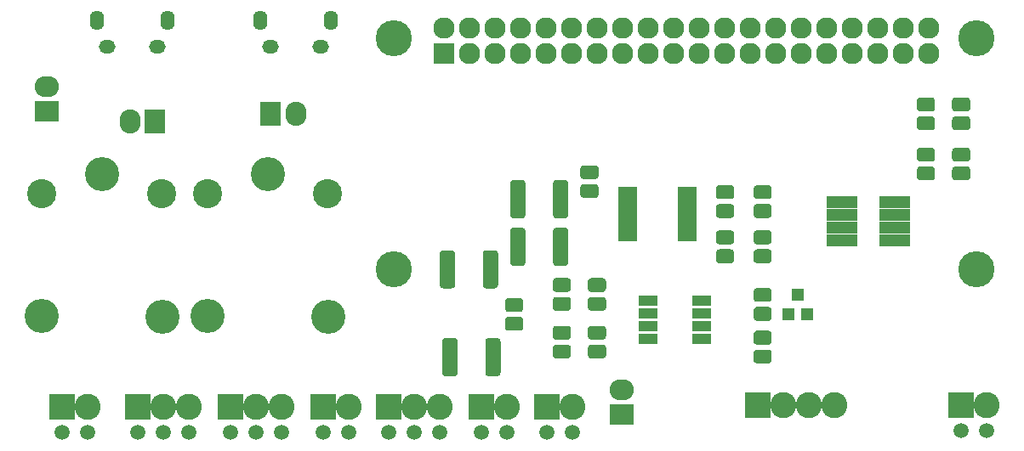
<source format=gbr>
G04 #@! TF.GenerationSoftware,KiCad,Pcbnew,5.0.0-fee4fd1~66~ubuntu16.04.1*
G04 #@! TF.CreationDate,2018-10-18T17:18:02+05:30*
G04 #@! TF.ProjectId,sanjaya,73616E6A6179612E6B696361645F7063,rev?*
G04 #@! TF.SameCoordinates,Original*
G04 #@! TF.FileFunction,Soldermask,Bot*
G04 #@! TF.FilePolarity,Negative*
%FSLAX46Y46*%
G04 Gerber Fmt 4.6, Leading zero omitted, Abs format (unit mm)*
G04 Created by KiCad (PCBNEW 5.0.0-fee4fd1~66~ubuntu16.04.1) date Thu Oct 18 17:18:02 2018*
%MOMM*%
%LPD*%
G01*
G04 APERTURE LIST*
%ADD10O,1.400000X1.950000*%
%ADD11O,1.650000X1.350000*%
%ADD12C,0.100000*%
%ADD13C,1.375000*%
%ADD14R,1.200000X1.300000*%
%ADD15C,1.525000*%
%ADD16R,2.100000X2.400000*%
%ADD17O,2.100000X2.400000*%
%ADD18R,2.127200X2.127200*%
%ADD19O,2.127200X2.127200*%
%ADD20O,2.400000X2.100000*%
%ADD21R,2.400000X2.100000*%
%ADD22C,3.400000*%
%ADD23C,2.900000*%
%ADD24R,3.050000X1.160000*%
%ADD25R,1.900000X0.850000*%
%ADD26R,1.950000X1.000000*%
%ADD27R,2.600000X2.600000*%
%ADD28C,1.500000*%
%ADD29C,2.600000*%
%ADD30C,3.600000*%
G04 APERTURE END LIST*
D10*
G04 #@! TO.C,J11*
X98500000Y-86150000D03*
X105500000Y-86150000D03*
D11*
X99500000Y-88850000D03*
X104500000Y-88850000D03*
G04 #@! TD*
D12*
G04 #@! TO.C,C3*
G36*
X145339943Y-104501655D02*
X145373312Y-104506605D01*
X145406035Y-104514802D01*
X145437797Y-104526166D01*
X145468293Y-104540590D01*
X145497227Y-104557932D01*
X145524323Y-104578028D01*
X145549318Y-104600682D01*
X145571972Y-104625677D01*
X145592068Y-104652773D01*
X145609410Y-104681707D01*
X145623834Y-104712203D01*
X145635198Y-104743965D01*
X145643395Y-104776688D01*
X145648345Y-104810057D01*
X145650000Y-104843750D01*
X145650000Y-105531250D01*
X145648345Y-105564943D01*
X145643395Y-105598312D01*
X145635198Y-105631035D01*
X145623834Y-105662797D01*
X145609410Y-105693293D01*
X145592068Y-105722227D01*
X145571972Y-105749323D01*
X145549318Y-105774318D01*
X145524323Y-105796972D01*
X145497227Y-105817068D01*
X145468293Y-105834410D01*
X145437797Y-105848834D01*
X145406035Y-105860198D01*
X145373312Y-105868395D01*
X145339943Y-105873345D01*
X145306250Y-105875000D01*
X144193750Y-105875000D01*
X144160057Y-105873345D01*
X144126688Y-105868395D01*
X144093965Y-105860198D01*
X144062203Y-105848834D01*
X144031707Y-105834410D01*
X144002773Y-105817068D01*
X143975677Y-105796972D01*
X143950682Y-105774318D01*
X143928028Y-105749323D01*
X143907932Y-105722227D01*
X143890590Y-105693293D01*
X143876166Y-105662797D01*
X143864802Y-105631035D01*
X143856605Y-105598312D01*
X143851655Y-105564943D01*
X143850000Y-105531250D01*
X143850000Y-104843750D01*
X143851655Y-104810057D01*
X143856605Y-104776688D01*
X143864802Y-104743965D01*
X143876166Y-104712203D01*
X143890590Y-104681707D01*
X143907932Y-104652773D01*
X143928028Y-104625677D01*
X143950682Y-104600682D01*
X143975677Y-104578028D01*
X144002773Y-104557932D01*
X144031707Y-104540590D01*
X144062203Y-104526166D01*
X144093965Y-104514802D01*
X144126688Y-104506605D01*
X144160057Y-104501655D01*
X144193750Y-104500000D01*
X145306250Y-104500000D01*
X145339943Y-104501655D01*
X145339943Y-104501655D01*
G37*
D13*
X144750000Y-105187500D03*
D12*
G36*
X145339943Y-102626655D02*
X145373312Y-102631605D01*
X145406035Y-102639802D01*
X145437797Y-102651166D01*
X145468293Y-102665590D01*
X145497227Y-102682932D01*
X145524323Y-102703028D01*
X145549318Y-102725682D01*
X145571972Y-102750677D01*
X145592068Y-102777773D01*
X145609410Y-102806707D01*
X145623834Y-102837203D01*
X145635198Y-102868965D01*
X145643395Y-102901688D01*
X145648345Y-102935057D01*
X145650000Y-102968750D01*
X145650000Y-103656250D01*
X145648345Y-103689943D01*
X145643395Y-103723312D01*
X145635198Y-103756035D01*
X145623834Y-103787797D01*
X145609410Y-103818293D01*
X145592068Y-103847227D01*
X145571972Y-103874323D01*
X145549318Y-103899318D01*
X145524323Y-103921972D01*
X145497227Y-103942068D01*
X145468293Y-103959410D01*
X145437797Y-103973834D01*
X145406035Y-103985198D01*
X145373312Y-103993395D01*
X145339943Y-103998345D01*
X145306250Y-104000000D01*
X144193750Y-104000000D01*
X144160057Y-103998345D01*
X144126688Y-103993395D01*
X144093965Y-103985198D01*
X144062203Y-103973834D01*
X144031707Y-103959410D01*
X144002773Y-103942068D01*
X143975677Y-103921972D01*
X143950682Y-103899318D01*
X143928028Y-103874323D01*
X143907932Y-103847227D01*
X143890590Y-103818293D01*
X143876166Y-103787797D01*
X143864802Y-103756035D01*
X143856605Y-103723312D01*
X143851655Y-103689943D01*
X143850000Y-103656250D01*
X143850000Y-102968750D01*
X143851655Y-102935057D01*
X143856605Y-102901688D01*
X143864802Y-102868965D01*
X143876166Y-102837203D01*
X143890590Y-102806707D01*
X143907932Y-102777773D01*
X143928028Y-102750677D01*
X143950682Y-102725682D01*
X143975677Y-102703028D01*
X144002773Y-102682932D01*
X144031707Y-102665590D01*
X144062203Y-102651166D01*
X144093965Y-102639802D01*
X144126688Y-102631605D01*
X144160057Y-102626655D01*
X144193750Y-102625000D01*
X145306250Y-102625000D01*
X145339943Y-102626655D01*
X145339943Y-102626655D01*
G37*
D13*
X144750000Y-103312500D03*
G04 #@! TD*
D12*
G04 #@! TO.C,C4*
G36*
X149089943Y-117126655D02*
X149123312Y-117131605D01*
X149156035Y-117139802D01*
X149187797Y-117151166D01*
X149218293Y-117165590D01*
X149247227Y-117182932D01*
X149274323Y-117203028D01*
X149299318Y-117225682D01*
X149321972Y-117250677D01*
X149342068Y-117277773D01*
X149359410Y-117306707D01*
X149373834Y-117337203D01*
X149385198Y-117368965D01*
X149393395Y-117401688D01*
X149398345Y-117435057D01*
X149400000Y-117468750D01*
X149400000Y-118156250D01*
X149398345Y-118189943D01*
X149393395Y-118223312D01*
X149385198Y-118256035D01*
X149373834Y-118287797D01*
X149359410Y-118318293D01*
X149342068Y-118347227D01*
X149321972Y-118374323D01*
X149299318Y-118399318D01*
X149274323Y-118421972D01*
X149247227Y-118442068D01*
X149218293Y-118459410D01*
X149187797Y-118473834D01*
X149156035Y-118485198D01*
X149123312Y-118493395D01*
X149089943Y-118498345D01*
X149056250Y-118500000D01*
X147943750Y-118500000D01*
X147910057Y-118498345D01*
X147876688Y-118493395D01*
X147843965Y-118485198D01*
X147812203Y-118473834D01*
X147781707Y-118459410D01*
X147752773Y-118442068D01*
X147725677Y-118421972D01*
X147700682Y-118399318D01*
X147678028Y-118374323D01*
X147657932Y-118347227D01*
X147640590Y-118318293D01*
X147626166Y-118287797D01*
X147614802Y-118256035D01*
X147606605Y-118223312D01*
X147601655Y-118189943D01*
X147600000Y-118156250D01*
X147600000Y-117468750D01*
X147601655Y-117435057D01*
X147606605Y-117401688D01*
X147614802Y-117368965D01*
X147626166Y-117337203D01*
X147640590Y-117306707D01*
X147657932Y-117277773D01*
X147678028Y-117250677D01*
X147700682Y-117225682D01*
X147725677Y-117203028D01*
X147752773Y-117182932D01*
X147781707Y-117165590D01*
X147812203Y-117151166D01*
X147843965Y-117139802D01*
X147876688Y-117131605D01*
X147910057Y-117126655D01*
X147943750Y-117125000D01*
X149056250Y-117125000D01*
X149089943Y-117126655D01*
X149089943Y-117126655D01*
G37*
D13*
X148500000Y-117812500D03*
D12*
G36*
X149089943Y-119001655D02*
X149123312Y-119006605D01*
X149156035Y-119014802D01*
X149187797Y-119026166D01*
X149218293Y-119040590D01*
X149247227Y-119057932D01*
X149274323Y-119078028D01*
X149299318Y-119100682D01*
X149321972Y-119125677D01*
X149342068Y-119152773D01*
X149359410Y-119181707D01*
X149373834Y-119212203D01*
X149385198Y-119243965D01*
X149393395Y-119276688D01*
X149398345Y-119310057D01*
X149400000Y-119343750D01*
X149400000Y-120031250D01*
X149398345Y-120064943D01*
X149393395Y-120098312D01*
X149385198Y-120131035D01*
X149373834Y-120162797D01*
X149359410Y-120193293D01*
X149342068Y-120222227D01*
X149321972Y-120249323D01*
X149299318Y-120274318D01*
X149274323Y-120296972D01*
X149247227Y-120317068D01*
X149218293Y-120334410D01*
X149187797Y-120348834D01*
X149156035Y-120360198D01*
X149123312Y-120368395D01*
X149089943Y-120373345D01*
X149056250Y-120375000D01*
X147943750Y-120375000D01*
X147910057Y-120373345D01*
X147876688Y-120368395D01*
X147843965Y-120360198D01*
X147812203Y-120348834D01*
X147781707Y-120334410D01*
X147752773Y-120317068D01*
X147725677Y-120296972D01*
X147700682Y-120274318D01*
X147678028Y-120249323D01*
X147657932Y-120222227D01*
X147640590Y-120193293D01*
X147626166Y-120162797D01*
X147614802Y-120131035D01*
X147606605Y-120098312D01*
X147601655Y-120064943D01*
X147600000Y-120031250D01*
X147600000Y-119343750D01*
X147601655Y-119310057D01*
X147606605Y-119276688D01*
X147614802Y-119243965D01*
X147626166Y-119212203D01*
X147640590Y-119181707D01*
X147657932Y-119152773D01*
X147678028Y-119125677D01*
X147700682Y-119100682D01*
X147725677Y-119078028D01*
X147752773Y-119057932D01*
X147781707Y-119040590D01*
X147812203Y-119026166D01*
X147843965Y-119014802D01*
X147876688Y-119006605D01*
X147910057Y-119001655D01*
X147943750Y-119000000D01*
X149056250Y-119000000D01*
X149089943Y-119001655D01*
X149089943Y-119001655D01*
G37*
D13*
X148500000Y-119687500D03*
G04 #@! TD*
D12*
G04 #@! TO.C,C5*
G36*
X131839943Y-102501655D02*
X131873312Y-102506605D01*
X131906035Y-102514802D01*
X131937797Y-102526166D01*
X131968293Y-102540590D01*
X131997227Y-102557932D01*
X132024323Y-102578028D01*
X132049318Y-102600682D01*
X132071972Y-102625677D01*
X132092068Y-102652773D01*
X132109410Y-102681707D01*
X132123834Y-102712203D01*
X132135198Y-102743965D01*
X132143395Y-102776688D01*
X132148345Y-102810057D01*
X132150000Y-102843750D01*
X132150000Y-103531250D01*
X132148345Y-103564943D01*
X132143395Y-103598312D01*
X132135198Y-103631035D01*
X132123834Y-103662797D01*
X132109410Y-103693293D01*
X132092068Y-103722227D01*
X132071972Y-103749323D01*
X132049318Y-103774318D01*
X132024323Y-103796972D01*
X131997227Y-103817068D01*
X131968293Y-103834410D01*
X131937797Y-103848834D01*
X131906035Y-103860198D01*
X131873312Y-103868395D01*
X131839943Y-103873345D01*
X131806250Y-103875000D01*
X130693750Y-103875000D01*
X130660057Y-103873345D01*
X130626688Y-103868395D01*
X130593965Y-103860198D01*
X130562203Y-103848834D01*
X130531707Y-103834410D01*
X130502773Y-103817068D01*
X130475677Y-103796972D01*
X130450682Y-103774318D01*
X130428028Y-103749323D01*
X130407932Y-103722227D01*
X130390590Y-103693293D01*
X130376166Y-103662797D01*
X130364802Y-103631035D01*
X130356605Y-103598312D01*
X130351655Y-103564943D01*
X130350000Y-103531250D01*
X130350000Y-102843750D01*
X130351655Y-102810057D01*
X130356605Y-102776688D01*
X130364802Y-102743965D01*
X130376166Y-102712203D01*
X130390590Y-102681707D01*
X130407932Y-102652773D01*
X130428028Y-102625677D01*
X130450682Y-102600682D01*
X130475677Y-102578028D01*
X130502773Y-102557932D01*
X130531707Y-102540590D01*
X130562203Y-102526166D01*
X130593965Y-102514802D01*
X130626688Y-102506605D01*
X130660057Y-102501655D01*
X130693750Y-102500000D01*
X131806250Y-102500000D01*
X131839943Y-102501655D01*
X131839943Y-102501655D01*
G37*
D13*
X131250000Y-103187500D03*
D12*
G36*
X131839943Y-100626655D02*
X131873312Y-100631605D01*
X131906035Y-100639802D01*
X131937797Y-100651166D01*
X131968293Y-100665590D01*
X131997227Y-100682932D01*
X132024323Y-100703028D01*
X132049318Y-100725682D01*
X132071972Y-100750677D01*
X132092068Y-100777773D01*
X132109410Y-100806707D01*
X132123834Y-100837203D01*
X132135198Y-100868965D01*
X132143395Y-100901688D01*
X132148345Y-100935057D01*
X132150000Y-100968750D01*
X132150000Y-101656250D01*
X132148345Y-101689943D01*
X132143395Y-101723312D01*
X132135198Y-101756035D01*
X132123834Y-101787797D01*
X132109410Y-101818293D01*
X132092068Y-101847227D01*
X132071972Y-101874323D01*
X132049318Y-101899318D01*
X132024323Y-101921972D01*
X131997227Y-101942068D01*
X131968293Y-101959410D01*
X131937797Y-101973834D01*
X131906035Y-101985198D01*
X131873312Y-101993395D01*
X131839943Y-101998345D01*
X131806250Y-102000000D01*
X130693750Y-102000000D01*
X130660057Y-101998345D01*
X130626688Y-101993395D01*
X130593965Y-101985198D01*
X130562203Y-101973834D01*
X130531707Y-101959410D01*
X130502773Y-101942068D01*
X130475677Y-101921972D01*
X130450682Y-101899318D01*
X130428028Y-101874323D01*
X130407932Y-101847227D01*
X130390590Y-101818293D01*
X130376166Y-101787797D01*
X130364802Y-101756035D01*
X130356605Y-101723312D01*
X130351655Y-101689943D01*
X130350000Y-101656250D01*
X130350000Y-100968750D01*
X130351655Y-100935057D01*
X130356605Y-100901688D01*
X130364802Y-100868965D01*
X130376166Y-100837203D01*
X130390590Y-100806707D01*
X130407932Y-100777773D01*
X130428028Y-100750677D01*
X130450682Y-100725682D01*
X130475677Y-100703028D01*
X130502773Y-100682932D01*
X130531707Y-100665590D01*
X130562203Y-100651166D01*
X130593965Y-100639802D01*
X130626688Y-100631605D01*
X130660057Y-100626655D01*
X130693750Y-100625000D01*
X131806250Y-100625000D01*
X131839943Y-100626655D01*
X131839943Y-100626655D01*
G37*
D13*
X131250000Y-101312500D03*
G04 #@! TD*
D12*
G04 #@! TO.C,C6*
G36*
X149089943Y-109001655D02*
X149123312Y-109006605D01*
X149156035Y-109014802D01*
X149187797Y-109026166D01*
X149218293Y-109040590D01*
X149247227Y-109057932D01*
X149274323Y-109078028D01*
X149299318Y-109100682D01*
X149321972Y-109125677D01*
X149342068Y-109152773D01*
X149359410Y-109181707D01*
X149373834Y-109212203D01*
X149385198Y-109243965D01*
X149393395Y-109276688D01*
X149398345Y-109310057D01*
X149400000Y-109343750D01*
X149400000Y-110031250D01*
X149398345Y-110064943D01*
X149393395Y-110098312D01*
X149385198Y-110131035D01*
X149373834Y-110162797D01*
X149359410Y-110193293D01*
X149342068Y-110222227D01*
X149321972Y-110249323D01*
X149299318Y-110274318D01*
X149274323Y-110296972D01*
X149247227Y-110317068D01*
X149218293Y-110334410D01*
X149187797Y-110348834D01*
X149156035Y-110360198D01*
X149123312Y-110368395D01*
X149089943Y-110373345D01*
X149056250Y-110375000D01*
X147943750Y-110375000D01*
X147910057Y-110373345D01*
X147876688Y-110368395D01*
X147843965Y-110360198D01*
X147812203Y-110348834D01*
X147781707Y-110334410D01*
X147752773Y-110317068D01*
X147725677Y-110296972D01*
X147700682Y-110274318D01*
X147678028Y-110249323D01*
X147657932Y-110222227D01*
X147640590Y-110193293D01*
X147626166Y-110162797D01*
X147614802Y-110131035D01*
X147606605Y-110098312D01*
X147601655Y-110064943D01*
X147600000Y-110031250D01*
X147600000Y-109343750D01*
X147601655Y-109310057D01*
X147606605Y-109276688D01*
X147614802Y-109243965D01*
X147626166Y-109212203D01*
X147640590Y-109181707D01*
X147657932Y-109152773D01*
X147678028Y-109125677D01*
X147700682Y-109100682D01*
X147725677Y-109078028D01*
X147752773Y-109057932D01*
X147781707Y-109040590D01*
X147812203Y-109026166D01*
X147843965Y-109014802D01*
X147876688Y-109006605D01*
X147910057Y-109001655D01*
X147943750Y-109000000D01*
X149056250Y-109000000D01*
X149089943Y-109001655D01*
X149089943Y-109001655D01*
G37*
D13*
X148500000Y-109687500D03*
D12*
G36*
X149089943Y-107126655D02*
X149123312Y-107131605D01*
X149156035Y-107139802D01*
X149187797Y-107151166D01*
X149218293Y-107165590D01*
X149247227Y-107182932D01*
X149274323Y-107203028D01*
X149299318Y-107225682D01*
X149321972Y-107250677D01*
X149342068Y-107277773D01*
X149359410Y-107306707D01*
X149373834Y-107337203D01*
X149385198Y-107368965D01*
X149393395Y-107401688D01*
X149398345Y-107435057D01*
X149400000Y-107468750D01*
X149400000Y-108156250D01*
X149398345Y-108189943D01*
X149393395Y-108223312D01*
X149385198Y-108256035D01*
X149373834Y-108287797D01*
X149359410Y-108318293D01*
X149342068Y-108347227D01*
X149321972Y-108374323D01*
X149299318Y-108399318D01*
X149274323Y-108421972D01*
X149247227Y-108442068D01*
X149218293Y-108459410D01*
X149187797Y-108473834D01*
X149156035Y-108485198D01*
X149123312Y-108493395D01*
X149089943Y-108498345D01*
X149056250Y-108500000D01*
X147943750Y-108500000D01*
X147910057Y-108498345D01*
X147876688Y-108493395D01*
X147843965Y-108485198D01*
X147812203Y-108473834D01*
X147781707Y-108459410D01*
X147752773Y-108442068D01*
X147725677Y-108421972D01*
X147700682Y-108399318D01*
X147678028Y-108374323D01*
X147657932Y-108347227D01*
X147640590Y-108318293D01*
X147626166Y-108287797D01*
X147614802Y-108256035D01*
X147606605Y-108223312D01*
X147601655Y-108189943D01*
X147600000Y-108156250D01*
X147600000Y-107468750D01*
X147601655Y-107435057D01*
X147606605Y-107401688D01*
X147614802Y-107368965D01*
X147626166Y-107337203D01*
X147640590Y-107306707D01*
X147657932Y-107277773D01*
X147678028Y-107250677D01*
X147700682Y-107225682D01*
X147725677Y-107203028D01*
X147752773Y-107182932D01*
X147781707Y-107165590D01*
X147812203Y-107151166D01*
X147843965Y-107139802D01*
X147876688Y-107131605D01*
X147910057Y-107126655D01*
X147943750Y-107125000D01*
X149056250Y-107125000D01*
X149089943Y-107126655D01*
X149089943Y-107126655D01*
G37*
D13*
X148500000Y-107812500D03*
G04 #@! TD*
D12*
G04 #@! TO.C,C7*
G36*
X145339943Y-107126655D02*
X145373312Y-107131605D01*
X145406035Y-107139802D01*
X145437797Y-107151166D01*
X145468293Y-107165590D01*
X145497227Y-107182932D01*
X145524323Y-107203028D01*
X145549318Y-107225682D01*
X145571972Y-107250677D01*
X145592068Y-107277773D01*
X145609410Y-107306707D01*
X145623834Y-107337203D01*
X145635198Y-107368965D01*
X145643395Y-107401688D01*
X145648345Y-107435057D01*
X145650000Y-107468750D01*
X145650000Y-108156250D01*
X145648345Y-108189943D01*
X145643395Y-108223312D01*
X145635198Y-108256035D01*
X145623834Y-108287797D01*
X145609410Y-108318293D01*
X145592068Y-108347227D01*
X145571972Y-108374323D01*
X145549318Y-108399318D01*
X145524323Y-108421972D01*
X145497227Y-108442068D01*
X145468293Y-108459410D01*
X145437797Y-108473834D01*
X145406035Y-108485198D01*
X145373312Y-108493395D01*
X145339943Y-108498345D01*
X145306250Y-108500000D01*
X144193750Y-108500000D01*
X144160057Y-108498345D01*
X144126688Y-108493395D01*
X144093965Y-108485198D01*
X144062203Y-108473834D01*
X144031707Y-108459410D01*
X144002773Y-108442068D01*
X143975677Y-108421972D01*
X143950682Y-108399318D01*
X143928028Y-108374323D01*
X143907932Y-108347227D01*
X143890590Y-108318293D01*
X143876166Y-108287797D01*
X143864802Y-108256035D01*
X143856605Y-108223312D01*
X143851655Y-108189943D01*
X143850000Y-108156250D01*
X143850000Y-107468750D01*
X143851655Y-107435057D01*
X143856605Y-107401688D01*
X143864802Y-107368965D01*
X143876166Y-107337203D01*
X143890590Y-107306707D01*
X143907932Y-107277773D01*
X143928028Y-107250677D01*
X143950682Y-107225682D01*
X143975677Y-107203028D01*
X144002773Y-107182932D01*
X144031707Y-107165590D01*
X144062203Y-107151166D01*
X144093965Y-107139802D01*
X144126688Y-107131605D01*
X144160057Y-107126655D01*
X144193750Y-107125000D01*
X145306250Y-107125000D01*
X145339943Y-107126655D01*
X145339943Y-107126655D01*
G37*
D13*
X144750000Y-107812500D03*
D12*
G36*
X145339943Y-109001655D02*
X145373312Y-109006605D01*
X145406035Y-109014802D01*
X145437797Y-109026166D01*
X145468293Y-109040590D01*
X145497227Y-109057932D01*
X145524323Y-109078028D01*
X145549318Y-109100682D01*
X145571972Y-109125677D01*
X145592068Y-109152773D01*
X145609410Y-109181707D01*
X145623834Y-109212203D01*
X145635198Y-109243965D01*
X145643395Y-109276688D01*
X145648345Y-109310057D01*
X145650000Y-109343750D01*
X145650000Y-110031250D01*
X145648345Y-110064943D01*
X145643395Y-110098312D01*
X145635198Y-110131035D01*
X145623834Y-110162797D01*
X145609410Y-110193293D01*
X145592068Y-110222227D01*
X145571972Y-110249323D01*
X145549318Y-110274318D01*
X145524323Y-110296972D01*
X145497227Y-110317068D01*
X145468293Y-110334410D01*
X145437797Y-110348834D01*
X145406035Y-110360198D01*
X145373312Y-110368395D01*
X145339943Y-110373345D01*
X145306250Y-110375000D01*
X144193750Y-110375000D01*
X144160057Y-110373345D01*
X144126688Y-110368395D01*
X144093965Y-110360198D01*
X144062203Y-110348834D01*
X144031707Y-110334410D01*
X144002773Y-110317068D01*
X143975677Y-110296972D01*
X143950682Y-110274318D01*
X143928028Y-110249323D01*
X143907932Y-110222227D01*
X143890590Y-110193293D01*
X143876166Y-110162797D01*
X143864802Y-110131035D01*
X143856605Y-110098312D01*
X143851655Y-110064943D01*
X143850000Y-110031250D01*
X143850000Y-109343750D01*
X143851655Y-109310057D01*
X143856605Y-109276688D01*
X143864802Y-109243965D01*
X143876166Y-109212203D01*
X143890590Y-109181707D01*
X143907932Y-109152773D01*
X143928028Y-109125677D01*
X143950682Y-109100682D01*
X143975677Y-109078028D01*
X144002773Y-109057932D01*
X144031707Y-109040590D01*
X144062203Y-109026166D01*
X144093965Y-109014802D01*
X144126688Y-109006605D01*
X144160057Y-109001655D01*
X144193750Y-109000000D01*
X145306250Y-109000000D01*
X145339943Y-109001655D01*
X145339943Y-109001655D01*
G37*
D13*
X144750000Y-109687500D03*
G04 #@! TD*
D12*
G04 #@! TO.C,C8*
G36*
X149089943Y-102626655D02*
X149123312Y-102631605D01*
X149156035Y-102639802D01*
X149187797Y-102651166D01*
X149218293Y-102665590D01*
X149247227Y-102682932D01*
X149274323Y-102703028D01*
X149299318Y-102725682D01*
X149321972Y-102750677D01*
X149342068Y-102777773D01*
X149359410Y-102806707D01*
X149373834Y-102837203D01*
X149385198Y-102868965D01*
X149393395Y-102901688D01*
X149398345Y-102935057D01*
X149400000Y-102968750D01*
X149400000Y-103656250D01*
X149398345Y-103689943D01*
X149393395Y-103723312D01*
X149385198Y-103756035D01*
X149373834Y-103787797D01*
X149359410Y-103818293D01*
X149342068Y-103847227D01*
X149321972Y-103874323D01*
X149299318Y-103899318D01*
X149274323Y-103921972D01*
X149247227Y-103942068D01*
X149218293Y-103959410D01*
X149187797Y-103973834D01*
X149156035Y-103985198D01*
X149123312Y-103993395D01*
X149089943Y-103998345D01*
X149056250Y-104000000D01*
X147943750Y-104000000D01*
X147910057Y-103998345D01*
X147876688Y-103993395D01*
X147843965Y-103985198D01*
X147812203Y-103973834D01*
X147781707Y-103959410D01*
X147752773Y-103942068D01*
X147725677Y-103921972D01*
X147700682Y-103899318D01*
X147678028Y-103874323D01*
X147657932Y-103847227D01*
X147640590Y-103818293D01*
X147626166Y-103787797D01*
X147614802Y-103756035D01*
X147606605Y-103723312D01*
X147601655Y-103689943D01*
X147600000Y-103656250D01*
X147600000Y-102968750D01*
X147601655Y-102935057D01*
X147606605Y-102901688D01*
X147614802Y-102868965D01*
X147626166Y-102837203D01*
X147640590Y-102806707D01*
X147657932Y-102777773D01*
X147678028Y-102750677D01*
X147700682Y-102725682D01*
X147725677Y-102703028D01*
X147752773Y-102682932D01*
X147781707Y-102665590D01*
X147812203Y-102651166D01*
X147843965Y-102639802D01*
X147876688Y-102631605D01*
X147910057Y-102626655D01*
X147943750Y-102625000D01*
X149056250Y-102625000D01*
X149089943Y-102626655D01*
X149089943Y-102626655D01*
G37*
D13*
X148500000Y-103312500D03*
D12*
G36*
X149089943Y-104501655D02*
X149123312Y-104506605D01*
X149156035Y-104514802D01*
X149187797Y-104526166D01*
X149218293Y-104540590D01*
X149247227Y-104557932D01*
X149274323Y-104578028D01*
X149299318Y-104600682D01*
X149321972Y-104625677D01*
X149342068Y-104652773D01*
X149359410Y-104681707D01*
X149373834Y-104712203D01*
X149385198Y-104743965D01*
X149393395Y-104776688D01*
X149398345Y-104810057D01*
X149400000Y-104843750D01*
X149400000Y-105531250D01*
X149398345Y-105564943D01*
X149393395Y-105598312D01*
X149385198Y-105631035D01*
X149373834Y-105662797D01*
X149359410Y-105693293D01*
X149342068Y-105722227D01*
X149321972Y-105749323D01*
X149299318Y-105774318D01*
X149274323Y-105796972D01*
X149247227Y-105817068D01*
X149218293Y-105834410D01*
X149187797Y-105848834D01*
X149156035Y-105860198D01*
X149123312Y-105868395D01*
X149089943Y-105873345D01*
X149056250Y-105875000D01*
X147943750Y-105875000D01*
X147910057Y-105873345D01*
X147876688Y-105868395D01*
X147843965Y-105860198D01*
X147812203Y-105848834D01*
X147781707Y-105834410D01*
X147752773Y-105817068D01*
X147725677Y-105796972D01*
X147700682Y-105774318D01*
X147678028Y-105749323D01*
X147657932Y-105722227D01*
X147640590Y-105693293D01*
X147626166Y-105662797D01*
X147614802Y-105631035D01*
X147606605Y-105598312D01*
X147601655Y-105564943D01*
X147600000Y-105531250D01*
X147600000Y-104843750D01*
X147601655Y-104810057D01*
X147606605Y-104776688D01*
X147614802Y-104743965D01*
X147626166Y-104712203D01*
X147640590Y-104681707D01*
X147657932Y-104652773D01*
X147678028Y-104625677D01*
X147700682Y-104600682D01*
X147725677Y-104578028D01*
X147752773Y-104557932D01*
X147781707Y-104540590D01*
X147812203Y-104526166D01*
X147843965Y-104514802D01*
X147876688Y-104506605D01*
X147910057Y-104501655D01*
X147943750Y-104500000D01*
X149056250Y-104500000D01*
X149089943Y-104501655D01*
X149089943Y-104501655D01*
G37*
D13*
X148500000Y-105187500D03*
G04 #@! TD*
D12*
G04 #@! TO.C,C9*
G36*
X129089943Y-113751655D02*
X129123312Y-113756605D01*
X129156035Y-113764802D01*
X129187797Y-113776166D01*
X129218293Y-113790590D01*
X129247227Y-113807932D01*
X129274323Y-113828028D01*
X129299318Y-113850682D01*
X129321972Y-113875677D01*
X129342068Y-113902773D01*
X129359410Y-113931707D01*
X129373834Y-113962203D01*
X129385198Y-113993965D01*
X129393395Y-114026688D01*
X129398345Y-114060057D01*
X129400000Y-114093750D01*
X129400000Y-114781250D01*
X129398345Y-114814943D01*
X129393395Y-114848312D01*
X129385198Y-114881035D01*
X129373834Y-114912797D01*
X129359410Y-114943293D01*
X129342068Y-114972227D01*
X129321972Y-114999323D01*
X129299318Y-115024318D01*
X129274323Y-115046972D01*
X129247227Y-115067068D01*
X129218293Y-115084410D01*
X129187797Y-115098834D01*
X129156035Y-115110198D01*
X129123312Y-115118395D01*
X129089943Y-115123345D01*
X129056250Y-115125000D01*
X127943750Y-115125000D01*
X127910057Y-115123345D01*
X127876688Y-115118395D01*
X127843965Y-115110198D01*
X127812203Y-115098834D01*
X127781707Y-115084410D01*
X127752773Y-115067068D01*
X127725677Y-115046972D01*
X127700682Y-115024318D01*
X127678028Y-114999323D01*
X127657932Y-114972227D01*
X127640590Y-114943293D01*
X127626166Y-114912797D01*
X127614802Y-114881035D01*
X127606605Y-114848312D01*
X127601655Y-114814943D01*
X127600000Y-114781250D01*
X127600000Y-114093750D01*
X127601655Y-114060057D01*
X127606605Y-114026688D01*
X127614802Y-113993965D01*
X127626166Y-113962203D01*
X127640590Y-113931707D01*
X127657932Y-113902773D01*
X127678028Y-113875677D01*
X127700682Y-113850682D01*
X127725677Y-113828028D01*
X127752773Y-113807932D01*
X127781707Y-113790590D01*
X127812203Y-113776166D01*
X127843965Y-113764802D01*
X127876688Y-113756605D01*
X127910057Y-113751655D01*
X127943750Y-113750000D01*
X129056250Y-113750000D01*
X129089943Y-113751655D01*
X129089943Y-113751655D01*
G37*
D13*
X128500000Y-114437500D03*
D12*
G36*
X129089943Y-111876655D02*
X129123312Y-111881605D01*
X129156035Y-111889802D01*
X129187797Y-111901166D01*
X129218293Y-111915590D01*
X129247227Y-111932932D01*
X129274323Y-111953028D01*
X129299318Y-111975682D01*
X129321972Y-112000677D01*
X129342068Y-112027773D01*
X129359410Y-112056707D01*
X129373834Y-112087203D01*
X129385198Y-112118965D01*
X129393395Y-112151688D01*
X129398345Y-112185057D01*
X129400000Y-112218750D01*
X129400000Y-112906250D01*
X129398345Y-112939943D01*
X129393395Y-112973312D01*
X129385198Y-113006035D01*
X129373834Y-113037797D01*
X129359410Y-113068293D01*
X129342068Y-113097227D01*
X129321972Y-113124323D01*
X129299318Y-113149318D01*
X129274323Y-113171972D01*
X129247227Y-113192068D01*
X129218293Y-113209410D01*
X129187797Y-113223834D01*
X129156035Y-113235198D01*
X129123312Y-113243395D01*
X129089943Y-113248345D01*
X129056250Y-113250000D01*
X127943750Y-113250000D01*
X127910057Y-113248345D01*
X127876688Y-113243395D01*
X127843965Y-113235198D01*
X127812203Y-113223834D01*
X127781707Y-113209410D01*
X127752773Y-113192068D01*
X127725677Y-113171972D01*
X127700682Y-113149318D01*
X127678028Y-113124323D01*
X127657932Y-113097227D01*
X127640590Y-113068293D01*
X127626166Y-113037797D01*
X127614802Y-113006035D01*
X127606605Y-112973312D01*
X127601655Y-112939943D01*
X127600000Y-112906250D01*
X127600000Y-112218750D01*
X127601655Y-112185057D01*
X127606605Y-112151688D01*
X127614802Y-112118965D01*
X127626166Y-112087203D01*
X127640590Y-112056707D01*
X127657932Y-112027773D01*
X127678028Y-112000677D01*
X127700682Y-111975682D01*
X127725677Y-111953028D01*
X127752773Y-111932932D01*
X127781707Y-111915590D01*
X127812203Y-111901166D01*
X127843965Y-111889802D01*
X127876688Y-111881605D01*
X127910057Y-111876655D01*
X127943750Y-111875000D01*
X129056250Y-111875000D01*
X129089943Y-111876655D01*
X129089943Y-111876655D01*
G37*
D13*
X128500000Y-112562500D03*
G04 #@! TD*
D12*
G04 #@! TO.C,C10*
G36*
X132589943Y-116626655D02*
X132623312Y-116631605D01*
X132656035Y-116639802D01*
X132687797Y-116651166D01*
X132718293Y-116665590D01*
X132747227Y-116682932D01*
X132774323Y-116703028D01*
X132799318Y-116725682D01*
X132821972Y-116750677D01*
X132842068Y-116777773D01*
X132859410Y-116806707D01*
X132873834Y-116837203D01*
X132885198Y-116868965D01*
X132893395Y-116901688D01*
X132898345Y-116935057D01*
X132900000Y-116968750D01*
X132900000Y-117656250D01*
X132898345Y-117689943D01*
X132893395Y-117723312D01*
X132885198Y-117756035D01*
X132873834Y-117787797D01*
X132859410Y-117818293D01*
X132842068Y-117847227D01*
X132821972Y-117874323D01*
X132799318Y-117899318D01*
X132774323Y-117921972D01*
X132747227Y-117942068D01*
X132718293Y-117959410D01*
X132687797Y-117973834D01*
X132656035Y-117985198D01*
X132623312Y-117993395D01*
X132589943Y-117998345D01*
X132556250Y-118000000D01*
X131443750Y-118000000D01*
X131410057Y-117998345D01*
X131376688Y-117993395D01*
X131343965Y-117985198D01*
X131312203Y-117973834D01*
X131281707Y-117959410D01*
X131252773Y-117942068D01*
X131225677Y-117921972D01*
X131200682Y-117899318D01*
X131178028Y-117874323D01*
X131157932Y-117847227D01*
X131140590Y-117818293D01*
X131126166Y-117787797D01*
X131114802Y-117756035D01*
X131106605Y-117723312D01*
X131101655Y-117689943D01*
X131100000Y-117656250D01*
X131100000Y-116968750D01*
X131101655Y-116935057D01*
X131106605Y-116901688D01*
X131114802Y-116868965D01*
X131126166Y-116837203D01*
X131140590Y-116806707D01*
X131157932Y-116777773D01*
X131178028Y-116750677D01*
X131200682Y-116725682D01*
X131225677Y-116703028D01*
X131252773Y-116682932D01*
X131281707Y-116665590D01*
X131312203Y-116651166D01*
X131343965Y-116639802D01*
X131376688Y-116631605D01*
X131410057Y-116626655D01*
X131443750Y-116625000D01*
X132556250Y-116625000D01*
X132589943Y-116626655D01*
X132589943Y-116626655D01*
G37*
D13*
X132000000Y-117312500D03*
D12*
G36*
X132589943Y-118501655D02*
X132623312Y-118506605D01*
X132656035Y-118514802D01*
X132687797Y-118526166D01*
X132718293Y-118540590D01*
X132747227Y-118557932D01*
X132774323Y-118578028D01*
X132799318Y-118600682D01*
X132821972Y-118625677D01*
X132842068Y-118652773D01*
X132859410Y-118681707D01*
X132873834Y-118712203D01*
X132885198Y-118743965D01*
X132893395Y-118776688D01*
X132898345Y-118810057D01*
X132900000Y-118843750D01*
X132900000Y-119531250D01*
X132898345Y-119564943D01*
X132893395Y-119598312D01*
X132885198Y-119631035D01*
X132873834Y-119662797D01*
X132859410Y-119693293D01*
X132842068Y-119722227D01*
X132821972Y-119749323D01*
X132799318Y-119774318D01*
X132774323Y-119796972D01*
X132747227Y-119817068D01*
X132718293Y-119834410D01*
X132687797Y-119848834D01*
X132656035Y-119860198D01*
X132623312Y-119868395D01*
X132589943Y-119873345D01*
X132556250Y-119875000D01*
X131443750Y-119875000D01*
X131410057Y-119873345D01*
X131376688Y-119868395D01*
X131343965Y-119860198D01*
X131312203Y-119848834D01*
X131281707Y-119834410D01*
X131252773Y-119817068D01*
X131225677Y-119796972D01*
X131200682Y-119774318D01*
X131178028Y-119749323D01*
X131157932Y-119722227D01*
X131140590Y-119693293D01*
X131126166Y-119662797D01*
X131114802Y-119631035D01*
X131106605Y-119598312D01*
X131101655Y-119564943D01*
X131100000Y-119531250D01*
X131100000Y-118843750D01*
X131101655Y-118810057D01*
X131106605Y-118776688D01*
X131114802Y-118743965D01*
X131126166Y-118712203D01*
X131140590Y-118681707D01*
X131157932Y-118652773D01*
X131178028Y-118625677D01*
X131200682Y-118600682D01*
X131225677Y-118578028D01*
X131252773Y-118557932D01*
X131281707Y-118540590D01*
X131312203Y-118526166D01*
X131343965Y-118514802D01*
X131376688Y-118506605D01*
X131410057Y-118501655D01*
X131443750Y-118500000D01*
X132556250Y-118500000D01*
X132589943Y-118501655D01*
X132589943Y-118501655D01*
G37*
D13*
X132000000Y-119187500D03*
G04 #@! TD*
D14*
G04 #@! TO.C,D3*
X152950000Y-115500000D03*
X151050000Y-115500000D03*
X152000000Y-113500000D03*
G04 #@! TD*
D12*
G04 #@! TO.C,D_RX1*
G36*
X165339943Y-100751655D02*
X165373312Y-100756605D01*
X165406035Y-100764802D01*
X165437797Y-100776166D01*
X165468293Y-100790590D01*
X165497227Y-100807932D01*
X165524323Y-100828028D01*
X165549318Y-100850682D01*
X165571972Y-100875677D01*
X165592068Y-100902773D01*
X165609410Y-100931707D01*
X165623834Y-100962203D01*
X165635198Y-100993965D01*
X165643395Y-101026688D01*
X165648345Y-101060057D01*
X165650000Y-101093750D01*
X165650000Y-101781250D01*
X165648345Y-101814943D01*
X165643395Y-101848312D01*
X165635198Y-101881035D01*
X165623834Y-101912797D01*
X165609410Y-101943293D01*
X165592068Y-101972227D01*
X165571972Y-101999323D01*
X165549318Y-102024318D01*
X165524323Y-102046972D01*
X165497227Y-102067068D01*
X165468293Y-102084410D01*
X165437797Y-102098834D01*
X165406035Y-102110198D01*
X165373312Y-102118395D01*
X165339943Y-102123345D01*
X165306250Y-102125000D01*
X164193750Y-102125000D01*
X164160057Y-102123345D01*
X164126688Y-102118395D01*
X164093965Y-102110198D01*
X164062203Y-102098834D01*
X164031707Y-102084410D01*
X164002773Y-102067068D01*
X163975677Y-102046972D01*
X163950682Y-102024318D01*
X163928028Y-101999323D01*
X163907932Y-101972227D01*
X163890590Y-101943293D01*
X163876166Y-101912797D01*
X163864802Y-101881035D01*
X163856605Y-101848312D01*
X163851655Y-101814943D01*
X163850000Y-101781250D01*
X163850000Y-101093750D01*
X163851655Y-101060057D01*
X163856605Y-101026688D01*
X163864802Y-100993965D01*
X163876166Y-100962203D01*
X163890590Y-100931707D01*
X163907932Y-100902773D01*
X163928028Y-100875677D01*
X163950682Y-100850682D01*
X163975677Y-100828028D01*
X164002773Y-100807932D01*
X164031707Y-100790590D01*
X164062203Y-100776166D01*
X164093965Y-100764802D01*
X164126688Y-100756605D01*
X164160057Y-100751655D01*
X164193750Y-100750000D01*
X165306250Y-100750000D01*
X165339943Y-100751655D01*
X165339943Y-100751655D01*
G37*
D13*
X164750000Y-101437500D03*
D12*
G36*
X165339943Y-98876655D02*
X165373312Y-98881605D01*
X165406035Y-98889802D01*
X165437797Y-98901166D01*
X165468293Y-98915590D01*
X165497227Y-98932932D01*
X165524323Y-98953028D01*
X165549318Y-98975682D01*
X165571972Y-99000677D01*
X165592068Y-99027773D01*
X165609410Y-99056707D01*
X165623834Y-99087203D01*
X165635198Y-99118965D01*
X165643395Y-99151688D01*
X165648345Y-99185057D01*
X165650000Y-99218750D01*
X165650000Y-99906250D01*
X165648345Y-99939943D01*
X165643395Y-99973312D01*
X165635198Y-100006035D01*
X165623834Y-100037797D01*
X165609410Y-100068293D01*
X165592068Y-100097227D01*
X165571972Y-100124323D01*
X165549318Y-100149318D01*
X165524323Y-100171972D01*
X165497227Y-100192068D01*
X165468293Y-100209410D01*
X165437797Y-100223834D01*
X165406035Y-100235198D01*
X165373312Y-100243395D01*
X165339943Y-100248345D01*
X165306250Y-100250000D01*
X164193750Y-100250000D01*
X164160057Y-100248345D01*
X164126688Y-100243395D01*
X164093965Y-100235198D01*
X164062203Y-100223834D01*
X164031707Y-100209410D01*
X164002773Y-100192068D01*
X163975677Y-100171972D01*
X163950682Y-100149318D01*
X163928028Y-100124323D01*
X163907932Y-100097227D01*
X163890590Y-100068293D01*
X163876166Y-100037797D01*
X163864802Y-100006035D01*
X163856605Y-99973312D01*
X163851655Y-99939943D01*
X163850000Y-99906250D01*
X163850000Y-99218750D01*
X163851655Y-99185057D01*
X163856605Y-99151688D01*
X163864802Y-99118965D01*
X163876166Y-99087203D01*
X163890590Y-99056707D01*
X163907932Y-99027773D01*
X163928028Y-99000677D01*
X163950682Y-98975682D01*
X163975677Y-98953028D01*
X164002773Y-98932932D01*
X164031707Y-98915590D01*
X164062203Y-98901166D01*
X164093965Y-98889802D01*
X164126688Y-98881605D01*
X164160057Y-98876655D01*
X164193750Y-98875000D01*
X165306250Y-98875000D01*
X165339943Y-98876655D01*
X165339943Y-98876655D01*
G37*
D13*
X164750000Y-99562500D03*
G04 #@! TD*
D12*
G04 #@! TO.C,D_TX1*
G36*
X168839943Y-98876655D02*
X168873312Y-98881605D01*
X168906035Y-98889802D01*
X168937797Y-98901166D01*
X168968293Y-98915590D01*
X168997227Y-98932932D01*
X169024323Y-98953028D01*
X169049318Y-98975682D01*
X169071972Y-99000677D01*
X169092068Y-99027773D01*
X169109410Y-99056707D01*
X169123834Y-99087203D01*
X169135198Y-99118965D01*
X169143395Y-99151688D01*
X169148345Y-99185057D01*
X169150000Y-99218750D01*
X169150000Y-99906250D01*
X169148345Y-99939943D01*
X169143395Y-99973312D01*
X169135198Y-100006035D01*
X169123834Y-100037797D01*
X169109410Y-100068293D01*
X169092068Y-100097227D01*
X169071972Y-100124323D01*
X169049318Y-100149318D01*
X169024323Y-100171972D01*
X168997227Y-100192068D01*
X168968293Y-100209410D01*
X168937797Y-100223834D01*
X168906035Y-100235198D01*
X168873312Y-100243395D01*
X168839943Y-100248345D01*
X168806250Y-100250000D01*
X167693750Y-100250000D01*
X167660057Y-100248345D01*
X167626688Y-100243395D01*
X167593965Y-100235198D01*
X167562203Y-100223834D01*
X167531707Y-100209410D01*
X167502773Y-100192068D01*
X167475677Y-100171972D01*
X167450682Y-100149318D01*
X167428028Y-100124323D01*
X167407932Y-100097227D01*
X167390590Y-100068293D01*
X167376166Y-100037797D01*
X167364802Y-100006035D01*
X167356605Y-99973312D01*
X167351655Y-99939943D01*
X167350000Y-99906250D01*
X167350000Y-99218750D01*
X167351655Y-99185057D01*
X167356605Y-99151688D01*
X167364802Y-99118965D01*
X167376166Y-99087203D01*
X167390590Y-99056707D01*
X167407932Y-99027773D01*
X167428028Y-99000677D01*
X167450682Y-98975682D01*
X167475677Y-98953028D01*
X167502773Y-98932932D01*
X167531707Y-98915590D01*
X167562203Y-98901166D01*
X167593965Y-98889802D01*
X167626688Y-98881605D01*
X167660057Y-98876655D01*
X167693750Y-98875000D01*
X168806250Y-98875000D01*
X168839943Y-98876655D01*
X168839943Y-98876655D01*
G37*
D13*
X168250000Y-99562500D03*
D12*
G36*
X168839943Y-100751655D02*
X168873312Y-100756605D01*
X168906035Y-100764802D01*
X168937797Y-100776166D01*
X168968293Y-100790590D01*
X168997227Y-100807932D01*
X169024323Y-100828028D01*
X169049318Y-100850682D01*
X169071972Y-100875677D01*
X169092068Y-100902773D01*
X169109410Y-100931707D01*
X169123834Y-100962203D01*
X169135198Y-100993965D01*
X169143395Y-101026688D01*
X169148345Y-101060057D01*
X169150000Y-101093750D01*
X169150000Y-101781250D01*
X169148345Y-101814943D01*
X169143395Y-101848312D01*
X169135198Y-101881035D01*
X169123834Y-101912797D01*
X169109410Y-101943293D01*
X169092068Y-101972227D01*
X169071972Y-101999323D01*
X169049318Y-102024318D01*
X169024323Y-102046972D01*
X168997227Y-102067068D01*
X168968293Y-102084410D01*
X168937797Y-102098834D01*
X168906035Y-102110198D01*
X168873312Y-102118395D01*
X168839943Y-102123345D01*
X168806250Y-102125000D01*
X167693750Y-102125000D01*
X167660057Y-102123345D01*
X167626688Y-102118395D01*
X167593965Y-102110198D01*
X167562203Y-102098834D01*
X167531707Y-102084410D01*
X167502773Y-102067068D01*
X167475677Y-102046972D01*
X167450682Y-102024318D01*
X167428028Y-101999323D01*
X167407932Y-101972227D01*
X167390590Y-101943293D01*
X167376166Y-101912797D01*
X167364802Y-101881035D01*
X167356605Y-101848312D01*
X167351655Y-101814943D01*
X167350000Y-101781250D01*
X167350000Y-101093750D01*
X167351655Y-101060057D01*
X167356605Y-101026688D01*
X167364802Y-100993965D01*
X167376166Y-100962203D01*
X167390590Y-100931707D01*
X167407932Y-100902773D01*
X167428028Y-100875677D01*
X167450682Y-100850682D01*
X167475677Y-100828028D01*
X167502773Y-100807932D01*
X167531707Y-100790590D01*
X167562203Y-100776166D01*
X167593965Y-100764802D01*
X167626688Y-100756605D01*
X167660057Y-100751655D01*
X167693750Y-100750000D01*
X168806250Y-100750000D01*
X168839943Y-100751655D01*
X168839943Y-100751655D01*
G37*
D13*
X168250000Y-101437500D03*
G04 #@! TD*
D12*
G04 #@! TO.C,F2*
G36*
X117569329Y-109101632D02*
X117602226Y-109106512D01*
X117634486Y-109114592D01*
X117665799Y-109125796D01*
X117695863Y-109140015D01*
X117724388Y-109157113D01*
X117751100Y-109176924D01*
X117775742Y-109199258D01*
X117798076Y-109223900D01*
X117817887Y-109250612D01*
X117834985Y-109279137D01*
X117849204Y-109309201D01*
X117860408Y-109340514D01*
X117868488Y-109372774D01*
X117873368Y-109405671D01*
X117875000Y-109438888D01*
X117875000Y-112561112D01*
X117873368Y-112594329D01*
X117868488Y-112627226D01*
X117860408Y-112659486D01*
X117849204Y-112690799D01*
X117834985Y-112720863D01*
X117817887Y-112749388D01*
X117798076Y-112776100D01*
X117775742Y-112800742D01*
X117751100Y-112823076D01*
X117724388Y-112842887D01*
X117695863Y-112859985D01*
X117665799Y-112874204D01*
X117634486Y-112885408D01*
X117602226Y-112893488D01*
X117569329Y-112898368D01*
X117536112Y-112900000D01*
X116688888Y-112900000D01*
X116655671Y-112898368D01*
X116622774Y-112893488D01*
X116590514Y-112885408D01*
X116559201Y-112874204D01*
X116529137Y-112859985D01*
X116500612Y-112842887D01*
X116473900Y-112823076D01*
X116449258Y-112800742D01*
X116426924Y-112776100D01*
X116407113Y-112749388D01*
X116390015Y-112720863D01*
X116375796Y-112690799D01*
X116364592Y-112659486D01*
X116356512Y-112627226D01*
X116351632Y-112594329D01*
X116350000Y-112561112D01*
X116350000Y-109438888D01*
X116351632Y-109405671D01*
X116356512Y-109372774D01*
X116364592Y-109340514D01*
X116375796Y-109309201D01*
X116390015Y-109279137D01*
X116407113Y-109250612D01*
X116426924Y-109223900D01*
X116449258Y-109199258D01*
X116473900Y-109176924D01*
X116500612Y-109157113D01*
X116529137Y-109140015D01*
X116559201Y-109125796D01*
X116590514Y-109114592D01*
X116622774Y-109106512D01*
X116655671Y-109101632D01*
X116688888Y-109100000D01*
X117536112Y-109100000D01*
X117569329Y-109101632D01*
X117569329Y-109101632D01*
G37*
D15*
X117112500Y-111000000D03*
D12*
G36*
X121844329Y-109101632D02*
X121877226Y-109106512D01*
X121909486Y-109114592D01*
X121940799Y-109125796D01*
X121970863Y-109140015D01*
X121999388Y-109157113D01*
X122026100Y-109176924D01*
X122050742Y-109199258D01*
X122073076Y-109223900D01*
X122092887Y-109250612D01*
X122109985Y-109279137D01*
X122124204Y-109309201D01*
X122135408Y-109340514D01*
X122143488Y-109372774D01*
X122148368Y-109405671D01*
X122150000Y-109438888D01*
X122150000Y-112561112D01*
X122148368Y-112594329D01*
X122143488Y-112627226D01*
X122135408Y-112659486D01*
X122124204Y-112690799D01*
X122109985Y-112720863D01*
X122092887Y-112749388D01*
X122073076Y-112776100D01*
X122050742Y-112800742D01*
X122026100Y-112823076D01*
X121999388Y-112842887D01*
X121970863Y-112859985D01*
X121940799Y-112874204D01*
X121909486Y-112885408D01*
X121877226Y-112893488D01*
X121844329Y-112898368D01*
X121811112Y-112900000D01*
X120963888Y-112900000D01*
X120930671Y-112898368D01*
X120897774Y-112893488D01*
X120865514Y-112885408D01*
X120834201Y-112874204D01*
X120804137Y-112859985D01*
X120775612Y-112842887D01*
X120748900Y-112823076D01*
X120724258Y-112800742D01*
X120701924Y-112776100D01*
X120682113Y-112749388D01*
X120665015Y-112720863D01*
X120650796Y-112690799D01*
X120639592Y-112659486D01*
X120631512Y-112627226D01*
X120626632Y-112594329D01*
X120625000Y-112561112D01*
X120625000Y-109438888D01*
X120626632Y-109405671D01*
X120631512Y-109372774D01*
X120639592Y-109340514D01*
X120650796Y-109309201D01*
X120665015Y-109279137D01*
X120682113Y-109250612D01*
X120701924Y-109223900D01*
X120724258Y-109199258D01*
X120748900Y-109176924D01*
X120775612Y-109157113D01*
X120804137Y-109140015D01*
X120834201Y-109125796D01*
X120865514Y-109114592D01*
X120897774Y-109106512D01*
X120930671Y-109101632D01*
X120963888Y-109100000D01*
X121811112Y-109100000D01*
X121844329Y-109101632D01*
X121844329Y-109101632D01*
G37*
D15*
X121387500Y-111000000D03*
G04 #@! TD*
D12*
G04 #@! TO.C,F3*
G36*
X122094329Y-117851632D02*
X122127226Y-117856512D01*
X122159486Y-117864592D01*
X122190799Y-117875796D01*
X122220863Y-117890015D01*
X122249388Y-117907113D01*
X122276100Y-117926924D01*
X122300742Y-117949258D01*
X122323076Y-117973900D01*
X122342887Y-118000612D01*
X122359985Y-118029137D01*
X122374204Y-118059201D01*
X122385408Y-118090514D01*
X122393488Y-118122774D01*
X122398368Y-118155671D01*
X122400000Y-118188888D01*
X122400000Y-121311112D01*
X122398368Y-121344329D01*
X122393488Y-121377226D01*
X122385408Y-121409486D01*
X122374204Y-121440799D01*
X122359985Y-121470863D01*
X122342887Y-121499388D01*
X122323076Y-121526100D01*
X122300742Y-121550742D01*
X122276100Y-121573076D01*
X122249388Y-121592887D01*
X122220863Y-121609985D01*
X122190799Y-121624204D01*
X122159486Y-121635408D01*
X122127226Y-121643488D01*
X122094329Y-121648368D01*
X122061112Y-121650000D01*
X121213888Y-121650000D01*
X121180671Y-121648368D01*
X121147774Y-121643488D01*
X121115514Y-121635408D01*
X121084201Y-121624204D01*
X121054137Y-121609985D01*
X121025612Y-121592887D01*
X120998900Y-121573076D01*
X120974258Y-121550742D01*
X120951924Y-121526100D01*
X120932113Y-121499388D01*
X120915015Y-121470863D01*
X120900796Y-121440799D01*
X120889592Y-121409486D01*
X120881512Y-121377226D01*
X120876632Y-121344329D01*
X120875000Y-121311112D01*
X120875000Y-118188888D01*
X120876632Y-118155671D01*
X120881512Y-118122774D01*
X120889592Y-118090514D01*
X120900796Y-118059201D01*
X120915015Y-118029137D01*
X120932113Y-118000612D01*
X120951924Y-117973900D01*
X120974258Y-117949258D01*
X120998900Y-117926924D01*
X121025612Y-117907113D01*
X121054137Y-117890015D01*
X121084201Y-117875796D01*
X121115514Y-117864592D01*
X121147774Y-117856512D01*
X121180671Y-117851632D01*
X121213888Y-117850000D01*
X122061112Y-117850000D01*
X122094329Y-117851632D01*
X122094329Y-117851632D01*
G37*
D15*
X121637500Y-119750000D03*
D12*
G36*
X117819329Y-117851632D02*
X117852226Y-117856512D01*
X117884486Y-117864592D01*
X117915799Y-117875796D01*
X117945863Y-117890015D01*
X117974388Y-117907113D01*
X118001100Y-117926924D01*
X118025742Y-117949258D01*
X118048076Y-117973900D01*
X118067887Y-118000612D01*
X118084985Y-118029137D01*
X118099204Y-118059201D01*
X118110408Y-118090514D01*
X118118488Y-118122774D01*
X118123368Y-118155671D01*
X118125000Y-118188888D01*
X118125000Y-121311112D01*
X118123368Y-121344329D01*
X118118488Y-121377226D01*
X118110408Y-121409486D01*
X118099204Y-121440799D01*
X118084985Y-121470863D01*
X118067887Y-121499388D01*
X118048076Y-121526100D01*
X118025742Y-121550742D01*
X118001100Y-121573076D01*
X117974388Y-121592887D01*
X117945863Y-121609985D01*
X117915799Y-121624204D01*
X117884486Y-121635408D01*
X117852226Y-121643488D01*
X117819329Y-121648368D01*
X117786112Y-121650000D01*
X116938888Y-121650000D01*
X116905671Y-121648368D01*
X116872774Y-121643488D01*
X116840514Y-121635408D01*
X116809201Y-121624204D01*
X116779137Y-121609985D01*
X116750612Y-121592887D01*
X116723900Y-121573076D01*
X116699258Y-121550742D01*
X116676924Y-121526100D01*
X116657113Y-121499388D01*
X116640015Y-121470863D01*
X116625796Y-121440799D01*
X116614592Y-121409486D01*
X116606512Y-121377226D01*
X116601632Y-121344329D01*
X116600000Y-121311112D01*
X116600000Y-118188888D01*
X116601632Y-118155671D01*
X116606512Y-118122774D01*
X116614592Y-118090514D01*
X116625796Y-118059201D01*
X116640015Y-118029137D01*
X116657113Y-118000612D01*
X116676924Y-117973900D01*
X116699258Y-117949258D01*
X116723900Y-117926924D01*
X116750612Y-117907113D01*
X116779137Y-117890015D01*
X116809201Y-117875796D01*
X116840514Y-117864592D01*
X116872774Y-117856512D01*
X116905671Y-117851632D01*
X116938888Y-117850000D01*
X117786112Y-117850000D01*
X117819329Y-117851632D01*
X117819329Y-117851632D01*
G37*
D15*
X117362500Y-119750000D03*
G04 #@! TD*
D16*
G04 #@! TO.C,J12*
X88000000Y-96250000D03*
D17*
X85500000Y-96250000D03*
G04 #@! TD*
D18*
G04 #@! TO.C,J13*
X116750000Y-89500000D03*
D19*
X116750000Y-86960000D03*
X119290000Y-89500000D03*
X119290000Y-86960000D03*
X121830000Y-89500000D03*
X121830000Y-86960000D03*
X124370000Y-89500000D03*
X124370000Y-86960000D03*
X126910000Y-89500000D03*
X126910000Y-86960000D03*
X129450000Y-89500000D03*
X129450000Y-86960000D03*
X131990000Y-89500000D03*
X131990000Y-86960000D03*
X134530000Y-89500000D03*
X134530000Y-86960000D03*
X137070000Y-89500000D03*
X137070000Y-86960000D03*
X139610000Y-89500000D03*
X139610000Y-86960000D03*
X142150000Y-89500000D03*
X142150000Y-86960000D03*
X144690000Y-89500000D03*
X144690000Y-86960000D03*
X147230000Y-89500000D03*
X147230000Y-86960000D03*
X149770000Y-89500000D03*
X149770000Y-86960000D03*
X152310000Y-89500000D03*
X152310000Y-86960000D03*
X154850000Y-89500000D03*
X154850000Y-86960000D03*
X157390000Y-89500000D03*
X157390000Y-86960000D03*
X159930000Y-89500000D03*
X159930000Y-86960000D03*
X162470000Y-89500000D03*
X162470000Y-86960000D03*
X165010000Y-89500000D03*
X165010000Y-86960000D03*
G04 #@! TD*
D20*
G04 #@! TO.C,J14*
X77250000Y-92750000D03*
D21*
X77250000Y-95250000D03*
G04 #@! TD*
D22*
G04 #@! TO.C,K1*
X82750000Y-101500000D03*
D23*
X88700000Y-103450000D03*
D22*
X88750000Y-115700000D03*
X76700000Y-115650000D03*
D23*
X76700000Y-103450000D03*
G04 #@! TD*
G04 #@! TO.C,K2*
X93200000Y-103450000D03*
D22*
X93200000Y-115650000D03*
X105250000Y-115700000D03*
D23*
X105200000Y-103450000D03*
D22*
X99250000Y-101500000D03*
G04 #@! TD*
D12*
G04 #@! TO.C,R16*
G36*
X149089943Y-112876655D02*
X149123312Y-112881605D01*
X149156035Y-112889802D01*
X149187797Y-112901166D01*
X149218293Y-112915590D01*
X149247227Y-112932932D01*
X149274323Y-112953028D01*
X149299318Y-112975682D01*
X149321972Y-113000677D01*
X149342068Y-113027773D01*
X149359410Y-113056707D01*
X149373834Y-113087203D01*
X149385198Y-113118965D01*
X149393395Y-113151688D01*
X149398345Y-113185057D01*
X149400000Y-113218750D01*
X149400000Y-113906250D01*
X149398345Y-113939943D01*
X149393395Y-113973312D01*
X149385198Y-114006035D01*
X149373834Y-114037797D01*
X149359410Y-114068293D01*
X149342068Y-114097227D01*
X149321972Y-114124323D01*
X149299318Y-114149318D01*
X149274323Y-114171972D01*
X149247227Y-114192068D01*
X149218293Y-114209410D01*
X149187797Y-114223834D01*
X149156035Y-114235198D01*
X149123312Y-114243395D01*
X149089943Y-114248345D01*
X149056250Y-114250000D01*
X147943750Y-114250000D01*
X147910057Y-114248345D01*
X147876688Y-114243395D01*
X147843965Y-114235198D01*
X147812203Y-114223834D01*
X147781707Y-114209410D01*
X147752773Y-114192068D01*
X147725677Y-114171972D01*
X147700682Y-114149318D01*
X147678028Y-114124323D01*
X147657932Y-114097227D01*
X147640590Y-114068293D01*
X147626166Y-114037797D01*
X147614802Y-114006035D01*
X147606605Y-113973312D01*
X147601655Y-113939943D01*
X147600000Y-113906250D01*
X147600000Y-113218750D01*
X147601655Y-113185057D01*
X147606605Y-113151688D01*
X147614802Y-113118965D01*
X147626166Y-113087203D01*
X147640590Y-113056707D01*
X147657932Y-113027773D01*
X147678028Y-113000677D01*
X147700682Y-112975682D01*
X147725677Y-112953028D01*
X147752773Y-112932932D01*
X147781707Y-112915590D01*
X147812203Y-112901166D01*
X147843965Y-112889802D01*
X147876688Y-112881605D01*
X147910057Y-112876655D01*
X147943750Y-112875000D01*
X149056250Y-112875000D01*
X149089943Y-112876655D01*
X149089943Y-112876655D01*
G37*
D13*
X148500000Y-113562500D03*
D12*
G36*
X149089943Y-114751655D02*
X149123312Y-114756605D01*
X149156035Y-114764802D01*
X149187797Y-114776166D01*
X149218293Y-114790590D01*
X149247227Y-114807932D01*
X149274323Y-114828028D01*
X149299318Y-114850682D01*
X149321972Y-114875677D01*
X149342068Y-114902773D01*
X149359410Y-114931707D01*
X149373834Y-114962203D01*
X149385198Y-114993965D01*
X149393395Y-115026688D01*
X149398345Y-115060057D01*
X149400000Y-115093750D01*
X149400000Y-115781250D01*
X149398345Y-115814943D01*
X149393395Y-115848312D01*
X149385198Y-115881035D01*
X149373834Y-115912797D01*
X149359410Y-115943293D01*
X149342068Y-115972227D01*
X149321972Y-115999323D01*
X149299318Y-116024318D01*
X149274323Y-116046972D01*
X149247227Y-116067068D01*
X149218293Y-116084410D01*
X149187797Y-116098834D01*
X149156035Y-116110198D01*
X149123312Y-116118395D01*
X149089943Y-116123345D01*
X149056250Y-116125000D01*
X147943750Y-116125000D01*
X147910057Y-116123345D01*
X147876688Y-116118395D01*
X147843965Y-116110198D01*
X147812203Y-116098834D01*
X147781707Y-116084410D01*
X147752773Y-116067068D01*
X147725677Y-116046972D01*
X147700682Y-116024318D01*
X147678028Y-115999323D01*
X147657932Y-115972227D01*
X147640590Y-115943293D01*
X147626166Y-115912797D01*
X147614802Y-115881035D01*
X147606605Y-115848312D01*
X147601655Y-115814943D01*
X147600000Y-115781250D01*
X147600000Y-115093750D01*
X147601655Y-115060057D01*
X147606605Y-115026688D01*
X147614802Y-114993965D01*
X147626166Y-114962203D01*
X147640590Y-114931707D01*
X147657932Y-114902773D01*
X147678028Y-114875677D01*
X147700682Y-114850682D01*
X147725677Y-114828028D01*
X147752773Y-114807932D01*
X147781707Y-114790590D01*
X147812203Y-114776166D01*
X147843965Y-114764802D01*
X147876688Y-114756605D01*
X147910057Y-114751655D01*
X147943750Y-114750000D01*
X149056250Y-114750000D01*
X149089943Y-114751655D01*
X149089943Y-114751655D01*
G37*
D13*
X148500000Y-115437500D03*
G04 #@! TD*
D12*
G04 #@! TO.C,R17*
G36*
X132589943Y-111876655D02*
X132623312Y-111881605D01*
X132656035Y-111889802D01*
X132687797Y-111901166D01*
X132718293Y-111915590D01*
X132747227Y-111932932D01*
X132774323Y-111953028D01*
X132799318Y-111975682D01*
X132821972Y-112000677D01*
X132842068Y-112027773D01*
X132859410Y-112056707D01*
X132873834Y-112087203D01*
X132885198Y-112118965D01*
X132893395Y-112151688D01*
X132898345Y-112185057D01*
X132900000Y-112218750D01*
X132900000Y-112906250D01*
X132898345Y-112939943D01*
X132893395Y-112973312D01*
X132885198Y-113006035D01*
X132873834Y-113037797D01*
X132859410Y-113068293D01*
X132842068Y-113097227D01*
X132821972Y-113124323D01*
X132799318Y-113149318D01*
X132774323Y-113171972D01*
X132747227Y-113192068D01*
X132718293Y-113209410D01*
X132687797Y-113223834D01*
X132656035Y-113235198D01*
X132623312Y-113243395D01*
X132589943Y-113248345D01*
X132556250Y-113250000D01*
X131443750Y-113250000D01*
X131410057Y-113248345D01*
X131376688Y-113243395D01*
X131343965Y-113235198D01*
X131312203Y-113223834D01*
X131281707Y-113209410D01*
X131252773Y-113192068D01*
X131225677Y-113171972D01*
X131200682Y-113149318D01*
X131178028Y-113124323D01*
X131157932Y-113097227D01*
X131140590Y-113068293D01*
X131126166Y-113037797D01*
X131114802Y-113006035D01*
X131106605Y-112973312D01*
X131101655Y-112939943D01*
X131100000Y-112906250D01*
X131100000Y-112218750D01*
X131101655Y-112185057D01*
X131106605Y-112151688D01*
X131114802Y-112118965D01*
X131126166Y-112087203D01*
X131140590Y-112056707D01*
X131157932Y-112027773D01*
X131178028Y-112000677D01*
X131200682Y-111975682D01*
X131225677Y-111953028D01*
X131252773Y-111932932D01*
X131281707Y-111915590D01*
X131312203Y-111901166D01*
X131343965Y-111889802D01*
X131376688Y-111881605D01*
X131410057Y-111876655D01*
X131443750Y-111875000D01*
X132556250Y-111875000D01*
X132589943Y-111876655D01*
X132589943Y-111876655D01*
G37*
D13*
X132000000Y-112562500D03*
D12*
G36*
X132589943Y-113751655D02*
X132623312Y-113756605D01*
X132656035Y-113764802D01*
X132687797Y-113776166D01*
X132718293Y-113790590D01*
X132747227Y-113807932D01*
X132774323Y-113828028D01*
X132799318Y-113850682D01*
X132821972Y-113875677D01*
X132842068Y-113902773D01*
X132859410Y-113931707D01*
X132873834Y-113962203D01*
X132885198Y-113993965D01*
X132893395Y-114026688D01*
X132898345Y-114060057D01*
X132900000Y-114093750D01*
X132900000Y-114781250D01*
X132898345Y-114814943D01*
X132893395Y-114848312D01*
X132885198Y-114881035D01*
X132873834Y-114912797D01*
X132859410Y-114943293D01*
X132842068Y-114972227D01*
X132821972Y-114999323D01*
X132799318Y-115024318D01*
X132774323Y-115046972D01*
X132747227Y-115067068D01*
X132718293Y-115084410D01*
X132687797Y-115098834D01*
X132656035Y-115110198D01*
X132623312Y-115118395D01*
X132589943Y-115123345D01*
X132556250Y-115125000D01*
X131443750Y-115125000D01*
X131410057Y-115123345D01*
X131376688Y-115118395D01*
X131343965Y-115110198D01*
X131312203Y-115098834D01*
X131281707Y-115084410D01*
X131252773Y-115067068D01*
X131225677Y-115046972D01*
X131200682Y-115024318D01*
X131178028Y-114999323D01*
X131157932Y-114972227D01*
X131140590Y-114943293D01*
X131126166Y-114912797D01*
X131114802Y-114881035D01*
X131106605Y-114848312D01*
X131101655Y-114814943D01*
X131100000Y-114781250D01*
X131100000Y-114093750D01*
X131101655Y-114060057D01*
X131106605Y-114026688D01*
X131114802Y-113993965D01*
X131126166Y-113962203D01*
X131140590Y-113931707D01*
X131157932Y-113902773D01*
X131178028Y-113875677D01*
X131200682Y-113850682D01*
X131225677Y-113828028D01*
X131252773Y-113807932D01*
X131281707Y-113790590D01*
X131312203Y-113776166D01*
X131343965Y-113764802D01*
X131376688Y-113756605D01*
X131410057Y-113751655D01*
X131443750Y-113750000D01*
X132556250Y-113750000D01*
X132589943Y-113751655D01*
X132589943Y-113751655D01*
G37*
D13*
X132000000Y-114437500D03*
G04 #@! TD*
D12*
G04 #@! TO.C,R18*
G36*
X129089943Y-118501655D02*
X129123312Y-118506605D01*
X129156035Y-118514802D01*
X129187797Y-118526166D01*
X129218293Y-118540590D01*
X129247227Y-118557932D01*
X129274323Y-118578028D01*
X129299318Y-118600682D01*
X129321972Y-118625677D01*
X129342068Y-118652773D01*
X129359410Y-118681707D01*
X129373834Y-118712203D01*
X129385198Y-118743965D01*
X129393395Y-118776688D01*
X129398345Y-118810057D01*
X129400000Y-118843750D01*
X129400000Y-119531250D01*
X129398345Y-119564943D01*
X129393395Y-119598312D01*
X129385198Y-119631035D01*
X129373834Y-119662797D01*
X129359410Y-119693293D01*
X129342068Y-119722227D01*
X129321972Y-119749323D01*
X129299318Y-119774318D01*
X129274323Y-119796972D01*
X129247227Y-119817068D01*
X129218293Y-119834410D01*
X129187797Y-119848834D01*
X129156035Y-119860198D01*
X129123312Y-119868395D01*
X129089943Y-119873345D01*
X129056250Y-119875000D01*
X127943750Y-119875000D01*
X127910057Y-119873345D01*
X127876688Y-119868395D01*
X127843965Y-119860198D01*
X127812203Y-119848834D01*
X127781707Y-119834410D01*
X127752773Y-119817068D01*
X127725677Y-119796972D01*
X127700682Y-119774318D01*
X127678028Y-119749323D01*
X127657932Y-119722227D01*
X127640590Y-119693293D01*
X127626166Y-119662797D01*
X127614802Y-119631035D01*
X127606605Y-119598312D01*
X127601655Y-119564943D01*
X127600000Y-119531250D01*
X127600000Y-118843750D01*
X127601655Y-118810057D01*
X127606605Y-118776688D01*
X127614802Y-118743965D01*
X127626166Y-118712203D01*
X127640590Y-118681707D01*
X127657932Y-118652773D01*
X127678028Y-118625677D01*
X127700682Y-118600682D01*
X127725677Y-118578028D01*
X127752773Y-118557932D01*
X127781707Y-118540590D01*
X127812203Y-118526166D01*
X127843965Y-118514802D01*
X127876688Y-118506605D01*
X127910057Y-118501655D01*
X127943750Y-118500000D01*
X129056250Y-118500000D01*
X129089943Y-118501655D01*
X129089943Y-118501655D01*
G37*
D13*
X128500000Y-119187500D03*
D12*
G36*
X129089943Y-116626655D02*
X129123312Y-116631605D01*
X129156035Y-116639802D01*
X129187797Y-116651166D01*
X129218293Y-116665590D01*
X129247227Y-116682932D01*
X129274323Y-116703028D01*
X129299318Y-116725682D01*
X129321972Y-116750677D01*
X129342068Y-116777773D01*
X129359410Y-116806707D01*
X129373834Y-116837203D01*
X129385198Y-116868965D01*
X129393395Y-116901688D01*
X129398345Y-116935057D01*
X129400000Y-116968750D01*
X129400000Y-117656250D01*
X129398345Y-117689943D01*
X129393395Y-117723312D01*
X129385198Y-117756035D01*
X129373834Y-117787797D01*
X129359410Y-117818293D01*
X129342068Y-117847227D01*
X129321972Y-117874323D01*
X129299318Y-117899318D01*
X129274323Y-117921972D01*
X129247227Y-117942068D01*
X129218293Y-117959410D01*
X129187797Y-117973834D01*
X129156035Y-117985198D01*
X129123312Y-117993395D01*
X129089943Y-117998345D01*
X129056250Y-118000000D01*
X127943750Y-118000000D01*
X127910057Y-117998345D01*
X127876688Y-117993395D01*
X127843965Y-117985198D01*
X127812203Y-117973834D01*
X127781707Y-117959410D01*
X127752773Y-117942068D01*
X127725677Y-117921972D01*
X127700682Y-117899318D01*
X127678028Y-117874323D01*
X127657932Y-117847227D01*
X127640590Y-117818293D01*
X127626166Y-117787797D01*
X127614802Y-117756035D01*
X127606605Y-117723312D01*
X127601655Y-117689943D01*
X127600000Y-117656250D01*
X127600000Y-116968750D01*
X127601655Y-116935057D01*
X127606605Y-116901688D01*
X127614802Y-116868965D01*
X127626166Y-116837203D01*
X127640590Y-116806707D01*
X127657932Y-116777773D01*
X127678028Y-116750677D01*
X127700682Y-116725682D01*
X127725677Y-116703028D01*
X127752773Y-116682932D01*
X127781707Y-116665590D01*
X127812203Y-116651166D01*
X127843965Y-116639802D01*
X127876688Y-116631605D01*
X127910057Y-116626655D01*
X127943750Y-116625000D01*
X129056250Y-116625000D01*
X129089943Y-116626655D01*
X129089943Y-116626655D01*
G37*
D13*
X128500000Y-117312500D03*
G04 #@! TD*
D12*
G04 #@! TO.C,R19*
G36*
X124339943Y-113876655D02*
X124373312Y-113881605D01*
X124406035Y-113889802D01*
X124437797Y-113901166D01*
X124468293Y-113915590D01*
X124497227Y-113932932D01*
X124524323Y-113953028D01*
X124549318Y-113975682D01*
X124571972Y-114000677D01*
X124592068Y-114027773D01*
X124609410Y-114056707D01*
X124623834Y-114087203D01*
X124635198Y-114118965D01*
X124643395Y-114151688D01*
X124648345Y-114185057D01*
X124650000Y-114218750D01*
X124650000Y-114906250D01*
X124648345Y-114939943D01*
X124643395Y-114973312D01*
X124635198Y-115006035D01*
X124623834Y-115037797D01*
X124609410Y-115068293D01*
X124592068Y-115097227D01*
X124571972Y-115124323D01*
X124549318Y-115149318D01*
X124524323Y-115171972D01*
X124497227Y-115192068D01*
X124468293Y-115209410D01*
X124437797Y-115223834D01*
X124406035Y-115235198D01*
X124373312Y-115243395D01*
X124339943Y-115248345D01*
X124306250Y-115250000D01*
X123193750Y-115250000D01*
X123160057Y-115248345D01*
X123126688Y-115243395D01*
X123093965Y-115235198D01*
X123062203Y-115223834D01*
X123031707Y-115209410D01*
X123002773Y-115192068D01*
X122975677Y-115171972D01*
X122950682Y-115149318D01*
X122928028Y-115124323D01*
X122907932Y-115097227D01*
X122890590Y-115068293D01*
X122876166Y-115037797D01*
X122864802Y-115006035D01*
X122856605Y-114973312D01*
X122851655Y-114939943D01*
X122850000Y-114906250D01*
X122850000Y-114218750D01*
X122851655Y-114185057D01*
X122856605Y-114151688D01*
X122864802Y-114118965D01*
X122876166Y-114087203D01*
X122890590Y-114056707D01*
X122907932Y-114027773D01*
X122928028Y-114000677D01*
X122950682Y-113975682D01*
X122975677Y-113953028D01*
X123002773Y-113932932D01*
X123031707Y-113915590D01*
X123062203Y-113901166D01*
X123093965Y-113889802D01*
X123126688Y-113881605D01*
X123160057Y-113876655D01*
X123193750Y-113875000D01*
X124306250Y-113875000D01*
X124339943Y-113876655D01*
X124339943Y-113876655D01*
G37*
D13*
X123750000Y-114562500D03*
D12*
G36*
X124339943Y-115751655D02*
X124373312Y-115756605D01*
X124406035Y-115764802D01*
X124437797Y-115776166D01*
X124468293Y-115790590D01*
X124497227Y-115807932D01*
X124524323Y-115828028D01*
X124549318Y-115850682D01*
X124571972Y-115875677D01*
X124592068Y-115902773D01*
X124609410Y-115931707D01*
X124623834Y-115962203D01*
X124635198Y-115993965D01*
X124643395Y-116026688D01*
X124648345Y-116060057D01*
X124650000Y-116093750D01*
X124650000Y-116781250D01*
X124648345Y-116814943D01*
X124643395Y-116848312D01*
X124635198Y-116881035D01*
X124623834Y-116912797D01*
X124609410Y-116943293D01*
X124592068Y-116972227D01*
X124571972Y-116999323D01*
X124549318Y-117024318D01*
X124524323Y-117046972D01*
X124497227Y-117067068D01*
X124468293Y-117084410D01*
X124437797Y-117098834D01*
X124406035Y-117110198D01*
X124373312Y-117118395D01*
X124339943Y-117123345D01*
X124306250Y-117125000D01*
X123193750Y-117125000D01*
X123160057Y-117123345D01*
X123126688Y-117118395D01*
X123093965Y-117110198D01*
X123062203Y-117098834D01*
X123031707Y-117084410D01*
X123002773Y-117067068D01*
X122975677Y-117046972D01*
X122950682Y-117024318D01*
X122928028Y-116999323D01*
X122907932Y-116972227D01*
X122890590Y-116943293D01*
X122876166Y-116912797D01*
X122864802Y-116881035D01*
X122856605Y-116848312D01*
X122851655Y-116814943D01*
X122850000Y-116781250D01*
X122850000Y-116093750D01*
X122851655Y-116060057D01*
X122856605Y-116026688D01*
X122864802Y-115993965D01*
X122876166Y-115962203D01*
X122890590Y-115931707D01*
X122907932Y-115902773D01*
X122928028Y-115875677D01*
X122950682Y-115850682D01*
X122975677Y-115828028D01*
X123002773Y-115807932D01*
X123031707Y-115790590D01*
X123062203Y-115776166D01*
X123093965Y-115764802D01*
X123126688Y-115756605D01*
X123160057Y-115751655D01*
X123193750Y-115750000D01*
X124306250Y-115750000D01*
X124339943Y-115751655D01*
X124339943Y-115751655D01*
G37*
D13*
X123750000Y-116437500D03*
G04 #@! TD*
D12*
G04 #@! TO.C,R_RX1*
G36*
X165339943Y-93876655D02*
X165373312Y-93881605D01*
X165406035Y-93889802D01*
X165437797Y-93901166D01*
X165468293Y-93915590D01*
X165497227Y-93932932D01*
X165524323Y-93953028D01*
X165549318Y-93975682D01*
X165571972Y-94000677D01*
X165592068Y-94027773D01*
X165609410Y-94056707D01*
X165623834Y-94087203D01*
X165635198Y-94118965D01*
X165643395Y-94151688D01*
X165648345Y-94185057D01*
X165650000Y-94218750D01*
X165650000Y-94906250D01*
X165648345Y-94939943D01*
X165643395Y-94973312D01*
X165635198Y-95006035D01*
X165623834Y-95037797D01*
X165609410Y-95068293D01*
X165592068Y-95097227D01*
X165571972Y-95124323D01*
X165549318Y-95149318D01*
X165524323Y-95171972D01*
X165497227Y-95192068D01*
X165468293Y-95209410D01*
X165437797Y-95223834D01*
X165406035Y-95235198D01*
X165373312Y-95243395D01*
X165339943Y-95248345D01*
X165306250Y-95250000D01*
X164193750Y-95250000D01*
X164160057Y-95248345D01*
X164126688Y-95243395D01*
X164093965Y-95235198D01*
X164062203Y-95223834D01*
X164031707Y-95209410D01*
X164002773Y-95192068D01*
X163975677Y-95171972D01*
X163950682Y-95149318D01*
X163928028Y-95124323D01*
X163907932Y-95097227D01*
X163890590Y-95068293D01*
X163876166Y-95037797D01*
X163864802Y-95006035D01*
X163856605Y-94973312D01*
X163851655Y-94939943D01*
X163850000Y-94906250D01*
X163850000Y-94218750D01*
X163851655Y-94185057D01*
X163856605Y-94151688D01*
X163864802Y-94118965D01*
X163876166Y-94087203D01*
X163890590Y-94056707D01*
X163907932Y-94027773D01*
X163928028Y-94000677D01*
X163950682Y-93975682D01*
X163975677Y-93953028D01*
X164002773Y-93932932D01*
X164031707Y-93915590D01*
X164062203Y-93901166D01*
X164093965Y-93889802D01*
X164126688Y-93881605D01*
X164160057Y-93876655D01*
X164193750Y-93875000D01*
X165306250Y-93875000D01*
X165339943Y-93876655D01*
X165339943Y-93876655D01*
G37*
D13*
X164750000Y-94562500D03*
D12*
G36*
X165339943Y-95751655D02*
X165373312Y-95756605D01*
X165406035Y-95764802D01*
X165437797Y-95776166D01*
X165468293Y-95790590D01*
X165497227Y-95807932D01*
X165524323Y-95828028D01*
X165549318Y-95850682D01*
X165571972Y-95875677D01*
X165592068Y-95902773D01*
X165609410Y-95931707D01*
X165623834Y-95962203D01*
X165635198Y-95993965D01*
X165643395Y-96026688D01*
X165648345Y-96060057D01*
X165650000Y-96093750D01*
X165650000Y-96781250D01*
X165648345Y-96814943D01*
X165643395Y-96848312D01*
X165635198Y-96881035D01*
X165623834Y-96912797D01*
X165609410Y-96943293D01*
X165592068Y-96972227D01*
X165571972Y-96999323D01*
X165549318Y-97024318D01*
X165524323Y-97046972D01*
X165497227Y-97067068D01*
X165468293Y-97084410D01*
X165437797Y-97098834D01*
X165406035Y-97110198D01*
X165373312Y-97118395D01*
X165339943Y-97123345D01*
X165306250Y-97125000D01*
X164193750Y-97125000D01*
X164160057Y-97123345D01*
X164126688Y-97118395D01*
X164093965Y-97110198D01*
X164062203Y-97098834D01*
X164031707Y-97084410D01*
X164002773Y-97067068D01*
X163975677Y-97046972D01*
X163950682Y-97024318D01*
X163928028Y-96999323D01*
X163907932Y-96972227D01*
X163890590Y-96943293D01*
X163876166Y-96912797D01*
X163864802Y-96881035D01*
X163856605Y-96848312D01*
X163851655Y-96814943D01*
X163850000Y-96781250D01*
X163850000Y-96093750D01*
X163851655Y-96060057D01*
X163856605Y-96026688D01*
X163864802Y-95993965D01*
X163876166Y-95962203D01*
X163890590Y-95931707D01*
X163907932Y-95902773D01*
X163928028Y-95875677D01*
X163950682Y-95850682D01*
X163975677Y-95828028D01*
X164002773Y-95807932D01*
X164031707Y-95790590D01*
X164062203Y-95776166D01*
X164093965Y-95764802D01*
X164126688Y-95756605D01*
X164160057Y-95751655D01*
X164193750Y-95750000D01*
X165306250Y-95750000D01*
X165339943Y-95751655D01*
X165339943Y-95751655D01*
G37*
D13*
X164750000Y-96437500D03*
G04 #@! TD*
D12*
G04 #@! TO.C,R_TX1*
G36*
X168839943Y-95751655D02*
X168873312Y-95756605D01*
X168906035Y-95764802D01*
X168937797Y-95776166D01*
X168968293Y-95790590D01*
X168997227Y-95807932D01*
X169024323Y-95828028D01*
X169049318Y-95850682D01*
X169071972Y-95875677D01*
X169092068Y-95902773D01*
X169109410Y-95931707D01*
X169123834Y-95962203D01*
X169135198Y-95993965D01*
X169143395Y-96026688D01*
X169148345Y-96060057D01*
X169150000Y-96093750D01*
X169150000Y-96781250D01*
X169148345Y-96814943D01*
X169143395Y-96848312D01*
X169135198Y-96881035D01*
X169123834Y-96912797D01*
X169109410Y-96943293D01*
X169092068Y-96972227D01*
X169071972Y-96999323D01*
X169049318Y-97024318D01*
X169024323Y-97046972D01*
X168997227Y-97067068D01*
X168968293Y-97084410D01*
X168937797Y-97098834D01*
X168906035Y-97110198D01*
X168873312Y-97118395D01*
X168839943Y-97123345D01*
X168806250Y-97125000D01*
X167693750Y-97125000D01*
X167660057Y-97123345D01*
X167626688Y-97118395D01*
X167593965Y-97110198D01*
X167562203Y-97098834D01*
X167531707Y-97084410D01*
X167502773Y-97067068D01*
X167475677Y-97046972D01*
X167450682Y-97024318D01*
X167428028Y-96999323D01*
X167407932Y-96972227D01*
X167390590Y-96943293D01*
X167376166Y-96912797D01*
X167364802Y-96881035D01*
X167356605Y-96848312D01*
X167351655Y-96814943D01*
X167350000Y-96781250D01*
X167350000Y-96093750D01*
X167351655Y-96060057D01*
X167356605Y-96026688D01*
X167364802Y-95993965D01*
X167376166Y-95962203D01*
X167390590Y-95931707D01*
X167407932Y-95902773D01*
X167428028Y-95875677D01*
X167450682Y-95850682D01*
X167475677Y-95828028D01*
X167502773Y-95807932D01*
X167531707Y-95790590D01*
X167562203Y-95776166D01*
X167593965Y-95764802D01*
X167626688Y-95756605D01*
X167660057Y-95751655D01*
X167693750Y-95750000D01*
X168806250Y-95750000D01*
X168839943Y-95751655D01*
X168839943Y-95751655D01*
G37*
D13*
X168250000Y-96437500D03*
D12*
G36*
X168839943Y-93876655D02*
X168873312Y-93881605D01*
X168906035Y-93889802D01*
X168937797Y-93901166D01*
X168968293Y-93915590D01*
X168997227Y-93932932D01*
X169024323Y-93953028D01*
X169049318Y-93975682D01*
X169071972Y-94000677D01*
X169092068Y-94027773D01*
X169109410Y-94056707D01*
X169123834Y-94087203D01*
X169135198Y-94118965D01*
X169143395Y-94151688D01*
X169148345Y-94185057D01*
X169150000Y-94218750D01*
X169150000Y-94906250D01*
X169148345Y-94939943D01*
X169143395Y-94973312D01*
X169135198Y-95006035D01*
X169123834Y-95037797D01*
X169109410Y-95068293D01*
X169092068Y-95097227D01*
X169071972Y-95124323D01*
X169049318Y-95149318D01*
X169024323Y-95171972D01*
X168997227Y-95192068D01*
X168968293Y-95209410D01*
X168937797Y-95223834D01*
X168906035Y-95235198D01*
X168873312Y-95243395D01*
X168839943Y-95248345D01*
X168806250Y-95250000D01*
X167693750Y-95250000D01*
X167660057Y-95248345D01*
X167626688Y-95243395D01*
X167593965Y-95235198D01*
X167562203Y-95223834D01*
X167531707Y-95209410D01*
X167502773Y-95192068D01*
X167475677Y-95171972D01*
X167450682Y-95149318D01*
X167428028Y-95124323D01*
X167407932Y-95097227D01*
X167390590Y-95068293D01*
X167376166Y-95037797D01*
X167364802Y-95006035D01*
X167356605Y-94973312D01*
X167351655Y-94939943D01*
X167350000Y-94906250D01*
X167350000Y-94218750D01*
X167351655Y-94185057D01*
X167356605Y-94151688D01*
X167364802Y-94118965D01*
X167376166Y-94087203D01*
X167390590Y-94056707D01*
X167407932Y-94027773D01*
X167428028Y-94000677D01*
X167450682Y-93975682D01*
X167475677Y-93953028D01*
X167502773Y-93932932D01*
X167531707Y-93915590D01*
X167562203Y-93901166D01*
X167593965Y-93889802D01*
X167626688Y-93881605D01*
X167660057Y-93876655D01*
X167693750Y-93875000D01*
X168806250Y-93875000D01*
X168839943Y-93876655D01*
X168839943Y-93876655D01*
G37*
D13*
X168250000Y-94562500D03*
G04 #@! TD*
D24*
G04 #@! TO.C,SW2*
X161625000Y-104345000D03*
X156375000Y-108155000D03*
X161625000Y-105615000D03*
X156375000Y-106885000D03*
X161625000Y-106885000D03*
X156375000Y-105615000D03*
X161625000Y-108155000D03*
X156375000Y-104345000D03*
G04 #@! TD*
D25*
G04 #@! TO.C,U7*
X140950000Y-103225000D03*
X140950000Y-103875000D03*
X140950000Y-104525000D03*
X140950000Y-105175000D03*
X140950000Y-105825000D03*
X140950000Y-106475000D03*
X140950000Y-107125000D03*
X140950000Y-107775000D03*
X135050000Y-107775000D03*
X135050000Y-107125000D03*
X135050000Y-106475000D03*
X135050000Y-105825000D03*
X135050000Y-105175000D03*
X135050000Y-104525000D03*
X135050000Y-103875000D03*
X135050000Y-103225000D03*
G04 #@! TD*
D26*
G04 #@! TO.C,U8*
X142450000Y-114095000D03*
X142450000Y-115365000D03*
X142450000Y-116635000D03*
X142450000Y-117905000D03*
X137050000Y-117905000D03*
X137050000Y-116635000D03*
X137050000Y-115365000D03*
X137050000Y-114095000D03*
G04 #@! TD*
D21*
G04 #@! TO.C,J17*
X134500000Y-125500000D03*
D20*
X134500000Y-123000000D03*
G04 #@! TD*
D16*
G04 #@! TO.C,F1*
X99500000Y-95500000D03*
D17*
X102000000Y-95500000D03*
G04 #@! TD*
D12*
G04 #@! TO.C,F4*
G36*
X124569329Y-102101632D02*
X124602226Y-102106512D01*
X124634486Y-102114592D01*
X124665799Y-102125796D01*
X124695863Y-102140015D01*
X124724388Y-102157113D01*
X124751100Y-102176924D01*
X124775742Y-102199258D01*
X124798076Y-102223900D01*
X124817887Y-102250612D01*
X124834985Y-102279137D01*
X124849204Y-102309201D01*
X124860408Y-102340514D01*
X124868488Y-102372774D01*
X124873368Y-102405671D01*
X124875000Y-102438888D01*
X124875000Y-105561112D01*
X124873368Y-105594329D01*
X124868488Y-105627226D01*
X124860408Y-105659486D01*
X124849204Y-105690799D01*
X124834985Y-105720863D01*
X124817887Y-105749388D01*
X124798076Y-105776100D01*
X124775742Y-105800742D01*
X124751100Y-105823076D01*
X124724388Y-105842887D01*
X124695863Y-105859985D01*
X124665799Y-105874204D01*
X124634486Y-105885408D01*
X124602226Y-105893488D01*
X124569329Y-105898368D01*
X124536112Y-105900000D01*
X123688888Y-105900000D01*
X123655671Y-105898368D01*
X123622774Y-105893488D01*
X123590514Y-105885408D01*
X123559201Y-105874204D01*
X123529137Y-105859985D01*
X123500612Y-105842887D01*
X123473900Y-105823076D01*
X123449258Y-105800742D01*
X123426924Y-105776100D01*
X123407113Y-105749388D01*
X123390015Y-105720863D01*
X123375796Y-105690799D01*
X123364592Y-105659486D01*
X123356512Y-105627226D01*
X123351632Y-105594329D01*
X123350000Y-105561112D01*
X123350000Y-102438888D01*
X123351632Y-102405671D01*
X123356512Y-102372774D01*
X123364592Y-102340514D01*
X123375796Y-102309201D01*
X123390015Y-102279137D01*
X123407113Y-102250612D01*
X123426924Y-102223900D01*
X123449258Y-102199258D01*
X123473900Y-102176924D01*
X123500612Y-102157113D01*
X123529137Y-102140015D01*
X123559201Y-102125796D01*
X123590514Y-102114592D01*
X123622774Y-102106512D01*
X123655671Y-102101632D01*
X123688888Y-102100000D01*
X124536112Y-102100000D01*
X124569329Y-102101632D01*
X124569329Y-102101632D01*
G37*
D15*
X124112500Y-104000000D03*
D12*
G36*
X128844329Y-102101632D02*
X128877226Y-102106512D01*
X128909486Y-102114592D01*
X128940799Y-102125796D01*
X128970863Y-102140015D01*
X128999388Y-102157113D01*
X129026100Y-102176924D01*
X129050742Y-102199258D01*
X129073076Y-102223900D01*
X129092887Y-102250612D01*
X129109985Y-102279137D01*
X129124204Y-102309201D01*
X129135408Y-102340514D01*
X129143488Y-102372774D01*
X129148368Y-102405671D01*
X129150000Y-102438888D01*
X129150000Y-105561112D01*
X129148368Y-105594329D01*
X129143488Y-105627226D01*
X129135408Y-105659486D01*
X129124204Y-105690799D01*
X129109985Y-105720863D01*
X129092887Y-105749388D01*
X129073076Y-105776100D01*
X129050742Y-105800742D01*
X129026100Y-105823076D01*
X128999388Y-105842887D01*
X128970863Y-105859985D01*
X128940799Y-105874204D01*
X128909486Y-105885408D01*
X128877226Y-105893488D01*
X128844329Y-105898368D01*
X128811112Y-105900000D01*
X127963888Y-105900000D01*
X127930671Y-105898368D01*
X127897774Y-105893488D01*
X127865514Y-105885408D01*
X127834201Y-105874204D01*
X127804137Y-105859985D01*
X127775612Y-105842887D01*
X127748900Y-105823076D01*
X127724258Y-105800742D01*
X127701924Y-105776100D01*
X127682113Y-105749388D01*
X127665015Y-105720863D01*
X127650796Y-105690799D01*
X127639592Y-105659486D01*
X127631512Y-105627226D01*
X127626632Y-105594329D01*
X127625000Y-105561112D01*
X127625000Y-102438888D01*
X127626632Y-102405671D01*
X127631512Y-102372774D01*
X127639592Y-102340514D01*
X127650796Y-102309201D01*
X127665015Y-102279137D01*
X127682113Y-102250612D01*
X127701924Y-102223900D01*
X127724258Y-102199258D01*
X127748900Y-102176924D01*
X127775612Y-102157113D01*
X127804137Y-102140015D01*
X127834201Y-102125796D01*
X127865514Y-102114592D01*
X127897774Y-102106512D01*
X127930671Y-102101632D01*
X127963888Y-102100000D01*
X128811112Y-102100000D01*
X128844329Y-102101632D01*
X128844329Y-102101632D01*
G37*
D15*
X128387500Y-104000000D03*
G04 #@! TD*
D12*
G04 #@! TO.C,F5*
G36*
X128844329Y-106851632D02*
X128877226Y-106856512D01*
X128909486Y-106864592D01*
X128940799Y-106875796D01*
X128970863Y-106890015D01*
X128999388Y-106907113D01*
X129026100Y-106926924D01*
X129050742Y-106949258D01*
X129073076Y-106973900D01*
X129092887Y-107000612D01*
X129109985Y-107029137D01*
X129124204Y-107059201D01*
X129135408Y-107090514D01*
X129143488Y-107122774D01*
X129148368Y-107155671D01*
X129150000Y-107188888D01*
X129150000Y-110311112D01*
X129148368Y-110344329D01*
X129143488Y-110377226D01*
X129135408Y-110409486D01*
X129124204Y-110440799D01*
X129109985Y-110470863D01*
X129092887Y-110499388D01*
X129073076Y-110526100D01*
X129050742Y-110550742D01*
X129026100Y-110573076D01*
X128999388Y-110592887D01*
X128970863Y-110609985D01*
X128940799Y-110624204D01*
X128909486Y-110635408D01*
X128877226Y-110643488D01*
X128844329Y-110648368D01*
X128811112Y-110650000D01*
X127963888Y-110650000D01*
X127930671Y-110648368D01*
X127897774Y-110643488D01*
X127865514Y-110635408D01*
X127834201Y-110624204D01*
X127804137Y-110609985D01*
X127775612Y-110592887D01*
X127748900Y-110573076D01*
X127724258Y-110550742D01*
X127701924Y-110526100D01*
X127682113Y-110499388D01*
X127665015Y-110470863D01*
X127650796Y-110440799D01*
X127639592Y-110409486D01*
X127631512Y-110377226D01*
X127626632Y-110344329D01*
X127625000Y-110311112D01*
X127625000Y-107188888D01*
X127626632Y-107155671D01*
X127631512Y-107122774D01*
X127639592Y-107090514D01*
X127650796Y-107059201D01*
X127665015Y-107029137D01*
X127682113Y-107000612D01*
X127701924Y-106973900D01*
X127724258Y-106949258D01*
X127748900Y-106926924D01*
X127775612Y-106907113D01*
X127804137Y-106890015D01*
X127834201Y-106875796D01*
X127865514Y-106864592D01*
X127897774Y-106856512D01*
X127930671Y-106851632D01*
X127963888Y-106850000D01*
X128811112Y-106850000D01*
X128844329Y-106851632D01*
X128844329Y-106851632D01*
G37*
D15*
X128387500Y-108750000D03*
D12*
G36*
X124569329Y-106851632D02*
X124602226Y-106856512D01*
X124634486Y-106864592D01*
X124665799Y-106875796D01*
X124695863Y-106890015D01*
X124724388Y-106907113D01*
X124751100Y-106926924D01*
X124775742Y-106949258D01*
X124798076Y-106973900D01*
X124817887Y-107000612D01*
X124834985Y-107029137D01*
X124849204Y-107059201D01*
X124860408Y-107090514D01*
X124868488Y-107122774D01*
X124873368Y-107155671D01*
X124875000Y-107188888D01*
X124875000Y-110311112D01*
X124873368Y-110344329D01*
X124868488Y-110377226D01*
X124860408Y-110409486D01*
X124849204Y-110440799D01*
X124834985Y-110470863D01*
X124817887Y-110499388D01*
X124798076Y-110526100D01*
X124775742Y-110550742D01*
X124751100Y-110573076D01*
X124724388Y-110592887D01*
X124695863Y-110609985D01*
X124665799Y-110624204D01*
X124634486Y-110635408D01*
X124602226Y-110643488D01*
X124569329Y-110648368D01*
X124536112Y-110650000D01*
X123688888Y-110650000D01*
X123655671Y-110648368D01*
X123622774Y-110643488D01*
X123590514Y-110635408D01*
X123559201Y-110624204D01*
X123529137Y-110609985D01*
X123500612Y-110592887D01*
X123473900Y-110573076D01*
X123449258Y-110550742D01*
X123426924Y-110526100D01*
X123407113Y-110499388D01*
X123390015Y-110470863D01*
X123375796Y-110440799D01*
X123364592Y-110409486D01*
X123356512Y-110377226D01*
X123351632Y-110344329D01*
X123350000Y-110311112D01*
X123350000Y-107188888D01*
X123351632Y-107155671D01*
X123356512Y-107122774D01*
X123364592Y-107090514D01*
X123375796Y-107059201D01*
X123390015Y-107029137D01*
X123407113Y-107000612D01*
X123426924Y-106973900D01*
X123449258Y-106949258D01*
X123473900Y-106926924D01*
X123500612Y-106907113D01*
X123529137Y-106890015D01*
X123559201Y-106875796D01*
X123590514Y-106864592D01*
X123622774Y-106856512D01*
X123655671Y-106851632D01*
X123688888Y-106850000D01*
X124536112Y-106850000D01*
X124569329Y-106851632D01*
X124569329Y-106851632D01*
G37*
D15*
X124112500Y-108750000D03*
G04 #@! TD*
D27*
G04 #@! TO.C,J1*
X78750000Y-124750000D03*
D28*
X78750000Y-127290000D03*
D29*
X81290000Y-124750000D03*
D28*
X81290000Y-127290000D03*
G04 #@! TD*
D27*
G04 #@! TO.C,J2*
X148000000Y-124500000D03*
D29*
X150540000Y-124500000D03*
X153080000Y-124500000D03*
X155620000Y-124500000D03*
G04 #@! TD*
D27*
G04 #@! TO.C,J3*
X168250000Y-124500000D03*
D28*
X168250000Y-127040000D03*
D29*
X170790000Y-124500000D03*
D28*
X170790000Y-127040000D03*
G04 #@! TD*
D27*
G04 #@! TO.C,J4*
X86250000Y-124750000D03*
D28*
X86250000Y-127290000D03*
D29*
X88790000Y-124750000D03*
D28*
X88790000Y-127290000D03*
D29*
X91330000Y-124750000D03*
D28*
X91330000Y-127290000D03*
G04 #@! TD*
G04 #@! TO.C,J5*
X100580000Y-127290000D03*
D29*
X100580000Y-124750000D03*
D28*
X98040000Y-127290000D03*
D29*
X98040000Y-124750000D03*
D28*
X95500000Y-127290000D03*
D27*
X95500000Y-124750000D03*
G04 #@! TD*
D28*
G04 #@! TO.C,J6*
X123040000Y-127290000D03*
D29*
X123040000Y-124750000D03*
D28*
X120500000Y-127290000D03*
D27*
X120500000Y-124750000D03*
G04 #@! TD*
G04 #@! TO.C,J7*
X127000000Y-124750000D03*
D28*
X127000000Y-127290000D03*
D29*
X129540000Y-124750000D03*
D28*
X129540000Y-127290000D03*
G04 #@! TD*
G04 #@! TO.C,J15*
X107290000Y-127290000D03*
D29*
X107290000Y-124750000D03*
D28*
X104750000Y-127290000D03*
D27*
X104750000Y-124750000D03*
G04 #@! TD*
G04 #@! TO.C,J16*
X111250000Y-124750000D03*
D28*
X111250000Y-127290000D03*
D29*
X113790000Y-124750000D03*
D28*
X113790000Y-127290000D03*
D29*
X116330000Y-124750000D03*
D28*
X116330000Y-127290000D03*
G04 #@! TD*
D11*
G04 #@! TO.C,J9*
X88250000Y-88850000D03*
X83250000Y-88850000D03*
D10*
X89250000Y-86150000D03*
X82250000Y-86150000D03*
G04 #@! TD*
D30*
G04 #@! TO.C,REF\002A\002A*
X111750000Y-88000000D03*
G04 #@! TD*
G04 #@! TO.C,REF\002A\002A*
X169750000Y-88000000D03*
G04 #@! TD*
G04 #@! TO.C,REF\002A\002A*
X169750000Y-111000000D03*
G04 #@! TD*
G04 #@! TO.C,REF\002A\002A*
X111750000Y-111000000D03*
G04 #@! TD*
M02*

</source>
